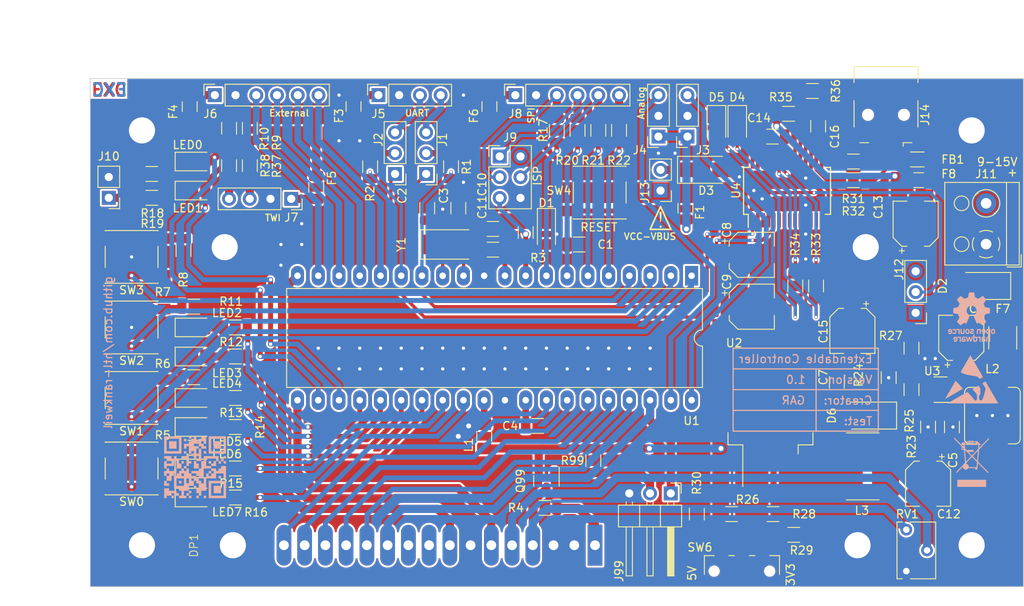
<source format=kicad_pcb>
(kicad_pcb (version 20221018) (generator pcbnew)
  (title_block (title "${acronym} - ${title}") (date "${date}") (rev "${revision}") (company "${company}") (comment 1 "${creator}") (comment 2 "${license}"))
  (layers (0 "F.Cu" signal) (31 "B.Cu" signal) (34 "B.Paste" user) (35 "F.Paste" user) (36 "B.SilkS" user "B.Silkscreen") (37 "F.SilkS" user "F.Silkscreen") (38 "B.Mask" user) (39 "F.Mask" user) (44 "Edge.Cuts" user))
  (property "acronym" "EXC")
  (property "company" "HTL-Rankweil")
  (property "creator" "GAR")
  (property "date" "1337-13-37")
  (property "license" "CC BY-NC-SA 4.0")
  (property "link" "github.com/htl-rankweil")
  (property "revision" "1.0")
  (property "title" "Extendable Controller")
  (net 0 "")
  (net 1 "GND")
  (net 2 "RESET")
  (net 3 "Net-(U1-XTAL1)")
  (net 4 "Net-(U1-XTAL2)")
  (net 5 "Net-(U1-AREF)")
  (net 6 "Net-(U3-SW)")
  (net 7 "Net-(C5-Pad2)")
  (net 8 "Net-(U3-VIN)")
  (net 9 "Net-(D6-A)")
  (net 10 "VCC")
  (net 11 "Net-(D6-K)")
  (net 12 "VBUS")
  (net 13 "Net-(J12-Pin_1)")
  (net 14 "Net-(D2-K)")
  (net 15 "Net-(D2-A)")
  (net 16 "Net-(D3-K)")
  (net 17 "Net-(D3-A)")
  (net 18 "Net-(D4-A)")
  (net 19 "Net-(D5-A)")
  (net 20 "Net-(DP1-LEDA)")
  (net 21 "Net-(DP1-Vo)")
  (net 22 "RS")
  (net 23 "E")
  (net 26 "Net-(DP1-DB2)")
  (net 27 "Net-(DP1-DB3)")
  (net 28 "Net-(DP1-DB4)")
  (net 29 "Net-(DP1-DB5)")
  (net 30 "Net-(DP1-DB6)")
  (net 31 "Net-(DP1-DB7)")
  (net 32 "Net-(J3-Pin_1)")
  (net 33 "Net-(J5-Pin_1)")
  (net 34 "Net-(J6-Pin_1)")
  (net 35 "Net-(J7-Pin_1)")
  (net 36 "Net-(J8-Pin_1)")
  (net 37 "Net-(F8-Pad1)")
  (net 38 "Net-(J14-VBUS)")
  (net 39 "RXD_USB")
  (net 40 "Net-(J1-Pin_2)")
  (net 41 "RXD_O")
  (net 42 "TXD_USB")
  (net 43 "Net-(J2-Pin_2)")
  (net 44 "TXD_O")
  (net 45 "Net-(J3-Pin_3)")
  (net 46 "Net-(J4-Pin_3)")
  (net 47 "Net-(J6-Pin_3)")
  (net 48 "Net-(J6-Pin_4)")
  (net 49 "Net-(J6-Pin_5)")
  (net 50 "Net-(J6-Pin_6)")
  (net 51 "/LED0")
  (net 52 "/LED1")
  (net 53 "Net-(J8-Pin_3)")
  (net 54 "Net-(J8-Pin_4)")
  (net 55 "Net-(J8-Pin_5)")
  (net 56 "Net-(J8-Pin_6)")
  (net 57 "Net-(J10-Pin_1)")
  (net 58 "Net-(J14-D-)")
  (net 59 "Net-(J14-D+)")
  (net 61 "Net-(U1-AVCC)")
  (net 62 "Net-(LED0-K)")
  (net 63 "Net-(LED1-K)")
  (net 64 "Net-(LED2-A)")
  (net 65 "/LED2")
  (net 66 "Net-(LED3-A)")
  (net 67 "/LED3")
  (net 68 "Net-(LED4-A)")
  (net 69 "/LED4")
  (net 70 "Net-(LED5-A)")
  (net 71 "/LED5")
  (net 72 "Net-(LED6-A)")
  (net 73 "/LED6")
  (net 74 "Net-(LED7-A)")
  (net 75 "/LED7")
  (net 76 "RXD")
  (net 77 "TXD")
  (net 78 "Net-(SW0-A)")
  (net 79 "Net-(SW1-A)")
  (net 80 "Net-(SW2-A)")
  (net 81 "Net-(SW3-A)")
  (net 82 "SCK")
  (net 83 "MISO")
  (net 84 "MOSI")
  (net 85 "SS")
  (net 86 "Net-(U3-VBST)")
  (net 87 "Net-(U3-EN)")
  (net 88 "Net-(U3-VFB)")
  (net 89 "Net-(SW6-B)")
  (net 90 "Net-(SW6-C)")
  (net 91 "Net-(SW6-A)")
  (net 92 "Net-(U4-USBD+)")
  (net 93 "Net-(U4-USBD-)")
  (net 94 "Net-(U4-CBUS1)")
  (net 95 "Net-(U4-CBUS0)")
  (net 96 "Net-(U4-~{RESET})")
  (net 97 "Net-(SW0-B)")
  (net 98 "Net-(SW1-B)")
  (net 99 "Net-(SW2-B)")
  (net 100 "Net-(SW3-B)")
  (net 113 "Net-(DP1-VDD)")
  (net 114 "Net-(J99-Pin_2)")
  (net 115 "Net-(J7-Pin_4)")
  (net 116 "Net-(J7-Pin_3)")
  (footprint "Inductor_SMD:L_1206_3216Metric" (layer "F.Cu") (at 202.895 86.106 180)
    (fp_text reference "FB1")
    (fp_text value "FerriteBead_Small" hide)
  )
  (footprint "Capacitor_SMD:C_1206_3216Metric" (layer "F.Cu") (at 185.166 83.312 180)
    (fp_text reference "C14")
    (fp_text value "100n")
  )
  (footprint "LED_SMD:LED_1206_3216Metric" (layer "F.Cu") (at 114.3 115.316)
    (fp_text reference "LED4")
    (fp_text value "RED")
  )
  (footprint "Fuse:Fuse_1812_4532Metric" (layer "F.Cu") (at 213.36 107.95 -90)
    (fp_text reference "F7")
    (fp_text value "2,5A")
  )
  (footprint "Button_Switch_SMD:SW_SPST_PTS645" (layer "F.Cu") (at 106.68 98.044)
    (fp_text reference "SW3")
    (fp_text value "SW_SPST" hide)
  )
  (footprint "Button_Switch_SMD:SW_SPDT_CK_JS102011SAQN" (layer "F.Cu") (at 181.4175 136.525)
    (fp_text reference "SW6")
    (fp_text value "SW_SPDT")
  )
  (footprint "MountingHole:MountingHole_3.2mm_M3_DIN965_Pad" (layer "F.Cu") (at 209.55 82.55)
    (fp_text reference "H3" hide)
    (fp_text value "M3 Screw" hide)
  )
  (footprint "Resistor_SMD:R_1206_3216Metric" (layer "F.Cu") (at 187.96 101.6 90)
    (fp_text reference "R34")
    (fp_text value "470")
  )
  (footprint "Capacitor_SMD:CP_Elec_5x5.4" (layer "F.Cu") (at 204.216 125.816 -90)
    (fp_text reference "C12")
    (fp_text value "22u")
  )
  (footprint "LED_SMD:LED_1206_3216Metric" (layer "F.Cu") (at 114.3 89.916)
    (fp_text reference "LED1")
    (fp_text value "RED")
  )
  (footprint "Connector_PinSocket_2.54mm:PinSocket_1x06_P2.54mm_Vertical" (layer "F.Cu") (at 153.67 78.232 90)
    (fp_text reference "J8")
    (fp_text value "Conn_01x06_Socket" hide)
  )
  (footprint "Connector_PinHeader_2.54mm:PinHeader_2x03_P2.54mm_Vertical" (layer "F.Cu") (at 151.76 85.74)
    (fp_text reference "J9")
    (fp_text value "AVR-ISP-6")
  )
  (footprint "Symbol_Specific:Symbol_Attention_2x2mm_SilkScreen" (layer "F.Cu") (at 171.45 94.667)
    (fp_text reference "FID5" hide)
    (fp_text value "EXC")
  )
  (footprint "Connector_PinSocket_2.54mm:PinSocket_1x03_P2.54mm_Vertical" (layer "F.Cu") (at 171.196 83.312 180)
    (fp_text reference "J4")
    (fp_text value "Conn_01x03_Socket" hide)
  )
  (footprint "Resistor_SMD:R_1206_3216Metric" (layer "F.Cu") (at 161.29 82.55 -90)
    (fp_text reference "R20")
    (fp_text value "330")
  )
  (footprint "Fuse:Fuse_1206_3216Metric" (layer "F.Cu") (at 203.07 88.646 180)
    (fp_text reference "F8")
    (fp_text value "750m")
  )
  (footprint "MountingHole:MountingHole_3.2mm_M3_DIN965_Pad" (layer "F.Cu") (at 107.95 82.55)
    (fp_text reference "H1" hide)
    (fp_text value "M3 Screw" hide)
  )
  (footprint "Resistor_SMD:R_1206_3216Metric" (layer "F.Cu") (at 163.2204 122.9868 -90)
    (fp_text reference "R99")
    (fp_text value "1k")
  )
  (footprint "Resistor_SMD:R_1206_3216Metric" (layer "F.Cu") (at 190.5 101.6 90)
    (fp_text reference "R33")
    (fp_text value "470")
  )
  (footprint "Capacitor_SMD:C_1206_3216Metric" (layer "F.Cu") (at 207.137 118.872 -90)
    (fp_text reference "C5")
    (fp_text value "100n")
  )
  (footprint "Resistor_SMD:R_1206_3216Metric" (layer "F.Cu") (at 119.38 127.508 180)
    (fp_text reference "R16")
    (fp_text value "270")
  )
  (footprint "Capacitor_SMD:C_1206_3216Metric" (layer "F.Cu") (at 190.754 82.042 -90)
    (fp_text reference "C16")
    (fp_text value "100n")
  )
  (footprint "Resistor_SMD:R_1206_3216Metric" (layer "F.Cu") (at 187.7675 132.08 180)
    (fp_text reference "R29")
    (fp_text value "3k4")
  )
  (footprint "Capacitor_SMD:CP_Elec_5x5.4" (layer "F.Cu") (at 202.692 93.98 90)
    (fp_text reference "C13")
    (fp_text value "100u")
  )
  (footprint "Resistor_SMD:R_1206_3216Metric" (layer "F.Cu") (at 118.618 86.868 90)
    (fp_text reference "R38")
    (fp_text value "330")
  )
  (footprint "Resistor_SMD:R_1206_3216Metric" (layer "F.Cu") (at 109.1585 90.805 180)
    (fp_text reference "R19")
    (fp_text value "270")
  )
  (footprint "Resistor_SMD:R_1206_3216Metric" (layer "F.Cu") (at 119.38 106.68 180)
    (fp_text reference "R11")
    (fp_text value "270")
  )
  (footprint "Resistor_SMD:R_1206_3216Metric" (layer "F.Cu") (at 204.216 118.872 90)
    (fp_text reference "R23")
    (fp_text value "0")
  )
  (footprint "Connector_USB:USB_Mini-B_Lumberg_2486_01_Horizontal" (layer "F.Cu") (at 199.06 80.645 180)
    (fp_text reference "J14")
    (fp_text value "USB_B_Mini")
  )
  (footprint "Resistor_SMD:R_1206_3216Metric" (layer "F.Cu") (at 157.2915 128.778)
    (fp_text reference "R4")
    (fp_text value "470")
  )
  (footprint "Capacitor_SMD:C_1206_3216Metric" (layer "F.Cu") (at 142.875 92.075 -90)
    (fp_text reference "C2")
    (fp_text value "22p")
  )
  (footprint "Package_TO_SOT_SMD:SOT-23" (layer "F.Cu") (at 157.48 125.476 -90)
    (fp_text reference "Q99")
    (fp_text value "AO3401A")
  )
  (footprint "Resistor_SMD:R_1206_3216Metric" (layer "F.Cu") (at 119.38 123.952 180)
    (fp_text reference "R15")
    (fp_text value "270")
  )
  (footprint "Resistor_SMD:R_1206_3216Metric" (layer "F.Cu") (at 109.1585 87.884 180)
    (fp_text reference "R18")
    (fp_text value "270")
  )
  (footprint "Package_TO_SOT_SMD:SOT-23-6" (layer "F.Cu") (at 205.74 114.3 180)
    (fp_text reference "U3")
    (fp_text value "TPS563240DDC")
  )
  (footprint "TerminalBlock_RND:TerminalBlock_RND_205-00001_1x02_P5.00mm_Horizontal" (layer "F.Cu") (at 211.32 96.48 90)
    (fp_text reference "J11")
    (fp_text value "Screw_Terminal_01x02" hide)
  )
  (footprint "Resistor_SMD:R_1206_3216Metric" (layer "F.Cu") (at 119.38 110.236 180)
    (fp_text reference "R12")
    (fp_text value "270")
  )
  (footprint "Capacitor_SMD:C_1206_3216Metric" (layer "F.Cu") (at 146.685 92.075 -90)
    (fp_text reference "C3")
    (fp_text value "22p")
  )
  (footprint "Resistor_SMD:R_1206_3216Metric" (layer "F.Cu") (at 114.3 121.412 180)
    (fp_text reference "R5")
    (fp_text value "3k3")
  )
  (footprint "Connector_PinHeader_2.54mm:PinHeader_1x03_P2.54mm_Vertical" (layer "F.Cu") (at 202.692 104.887 180)
    (fp_text reference "J12")
    (fp_text value "Conn_01x03_Pin" hide)
  )
  (footprint "LED_SMD:LED_1206_3216Metric" (layer "F.Cu") (at 114.3 106.68)
    (fp_text reference "LED2")
    (fp_text value "RED")
  )
  (footprint "Resistor_SMD:R_1206_3216Metric" (layer "F.Cu") (at 135.89 86.995 90)
    (fp_text reference "R2")
    (fp_text value "3k3")
  )
  (footprint "Resistor_SMD:R_1206_3216Metric" (layer "F.Cu") (at 121.158 86.868 90)
    (fp_text reference "R37")
    (fp_text value "330")
  )
  (footprint "Potentiometer_THT:Potentiometer_Bourns_3266W_Vertical" (layer "F.Cu") (at 201.549 131.445 90)
    (fp_text reference "RV1")
    (fp_text value "10k")
  )
  (footprint "Crystal:Crystal_SMD_Abracon_ABM3-2Pin_5.0x3.2mm" (layer "F.Cu") (at 145.288 96.52)
    (fp_text reference "Y1")
    (fp_text value "16MHz")
  )
  (footprint "Resistor_SMD:R_1206_3216Metric" (layer "F.Cu") (at 158.75 82.55 -90)
    (fp_text reference "R17")
    (fp_text value "330")
  )
  (footprint "Inductor_SMD:L_Bourns_SRN8040TA" (layer "F.Cu") (at 196.215 123.698 180)
    (fp_text reference "L3")
    (fp_text value "47u")
  )
  (footprint "Connector_PinHeader_2.54mm:PinHeader_1x03_P2.54mm_Horizontal" (layer "F.Cu") (at 172.705 127 -90)
    (fp_text reference "J99")
    (fp_text value "Conn_01x03_Pin" hide)
  )
  (footprint "Capacitor_SMD:C_1206_3216Metric" (layer "F.Cu") (at 150.925 97.155)
    (fp_text reference "C10")
    (fp_text value "100n")
  )
  (footprint "LED_SMD:LED_1206_3216Metric" (layer "F.Cu") (at 114.3 86.36)
    (fp_text reference "LED0")
    (fp_text value "RED")
  )
  (footprint "Resistor_SMD:R_1206_3216Metric" (layer "F.Cu") (at 202.184 114.3 90)
    (fp_text reference "R25")
    (fp_text value "100k")
  )
  (footprint "Inductor_SMD:L_Bourns_SRP7028A_7.3x6.6mm" (layer "F.Cu") (at 212.09 117.475 -90)
    (fp_text reference "L2")
    (fp_text value "1u5")
  )
  (footprint "Resistor_SMD:R_1206_3216Metric" (layer "F.Cu") (at 114.3 112.776 180)
    (fp_text reference "R6")
    (fp_text value "3k3")
  )
  (footprint "Resistor_SMD:R_1206_3216Metric" (layer "F.Cu") (at 166.37 82.55 -90)
    (fp_text reference "R22")
    (fp_text value "330")
  )
  (footprint "Fuse:Fuse_1206_3216Metric" (layer "F.Cu") (at 150.495 79.632 -90)
    (fp_text reference "F6")
    (fp_text value "500m")
  )
  (footprint "Connector_PinSocket_2.54mm:PinSocket_1x04_P2.54mm_Vertical" (layer "F.Cu") (at 126.228 90.932 -90)
    (fp_text reference "J7")
    (fp_text value "Conn_01x04_Socket" hide)
  )
  (footprint "Fuse:Fuse_1206_3216Metric" (layer "F.Cu") (at 113.792 79.632 -90)
    (fp_text reference "F4")
    (fp_text value "500m")
  )
  (footprint "Resistor_SMD:R_1206_3216Metric" (layer "F.Cu") (at 195.072 88.646 180)
    (fp_text reference "R32")
    (fp_text value "27R")
  )
  (footprint "Resistor_SMD:R_1206_3216Metric" (layer "F.Cu") (at 195.072 86.36 180)
    (fp_text reference "R31")
    (fp_text value "27R")
  )
  (footprint "Resistor_SMD:R_1206_3216Metric" (layer "F.Cu") (at 199.39 112.8375 90)
    (fp_text reference "R24")
    (fp_text value "10k")
  )
  (footprint "Resistor_SMD:R_1206_3216Metric" (layer "F.Cu") (at 118.618 82.296 -90)
    (fp_text reference "R10")
    (fp_text value "10k")
  )
  (footprint "Capacitor_SMD:CP_Elec_5x5.4" (layer "F.Cu") (at 208.28 107.95 90)
    (fp_text reference "C6")
    (fp_text value "10u")
  )
  (footprint "Capacitor_SMD:C_1206_3216Metric" (layer "F.Cu") (at 161.495 96.52 180)
    (fp_text reference "C1")
    (fp_text value "100n")
  )
  (footprint "Fuse:Fuse_1206_3216Metric" (layer "F.Cu") (at 174.498 92.078 -90)
    (fp_text reference "F1")
    (fp_text value "500m")
  )
  (footprint "Button_Switch_SMD:SW_SPST_PTS645" (layer "F.Cu") (at 106.68 106.68)
    (fp_text reference "SW2")
    (fp_text value "SW_SPST" hide)
  )
  (footprint "LED_SMD:LED_1206_3216Metric" (layer "F.Cu") (at 114.3 118.872)
    (fp_text reference "LED5")
    (fp_text value "RED")
  )
  (footprint "Connector_PinSocket_2.54mm:PinSocket_1x04_P2.54mm_Vertical" (layer "F.Cu") (at 136.906 78.232 90)
    (fp_text reference "J5")
    (fp_text value "Conn_01x04_Socket" hide)
  )
  (footprint "Resistor_SMD:R_1206_3216Metric" (layer "F.Cu") (at 114.3 104.14 180)
    (fp_text reference "R7")
    (fp_text value "3k3")
  )
  (footprint "Connector_PinHeader_2.54mm:PinHeader_1x03_P2.54mm_Vertical" (layer "F.Cu") (at 138.938 87.884 180)
    (fp_text reference "J2")
    (fp_text value "JMP_TX" hide)
  )
  (footprint "Capacitor_SMD:C_1206_3216Metric" (layer "F.Cu") (at 150.925 94.615)
    (fp_text reference "C11")
    (fp_text value "100n")
  )
  (footprint "Package_SO:SSOP-28_5.3x10.2mm_P0.65mm" (layer "F.Cu") (at 186.944 89.96 90)
    (fp_text reference "U4")
    (fp_text value "FT232RL")
  )
  (footprint "Resistor_SMD:R_1206_3216Metric" (layer "F.Cu") (at 202.184 109.22 -90)
    (fp_text reference "R27")
    (fp_text value "10k")
  )
  (footprint "Diode_SMD:D_MiniMELF" (layer "F.Cu") (at 157.48 94.77 -90)
    (fp_text reference "D1")
    (fp_text value "S1G")
  )
  (footprint "Displaytech:Displaytech_162A_THT" (layer "F.Cu") (at 157.33 115.6)
    (fp_text reference "DP1")
    (fp_text value "~")
  )
  (footprint "Package_TO_SOT_SMD:TO-263-2" (layer "F.Cu") (at 184.912 116.235 90)
    (fp_text reference "U2")
    (fp_text value "AZ1084-ADJ")
  )
  (footprint "Resistor_SMD:R_1206_3216Metric" (layer "F.Cu") (at 175.895 129.54 -90)
    (fp_text reference "R30")
    (fp_text value "86k6")
  )
  (footprint "Fuse:Fuse_1206_3216Metric" (layer "F.Cu") (at 129.286 89.532 90)
    (fp_text reference "F5")
    (fp_text value "500m")
  )
  (footprint "Resistor_SMD:R_1206_3216Metric" (layer "F.Cu") (at 119.38 118.872 180)
    (fp_text reference "R14")
    (fp_text value "270")
  )
  (footprint "Resistor_SMD:R_1206_3216Metric" (layer "F.Cu") (at 163.83 82.55 -90)
    (fp_text reference "R21")
    (fp_text value "330")
  )
  (footprint "Connector_PinSocket_2.54mm:PinSocket_1x06_P2.54mm_Vertical" (layer "F.Cu") (at 116.865 78.232 90)
    (fp_text reference "J6")
    (fp_text value "Conn_01x06_Socket" hide)
  )
  (footprint "Diode_SMD:D_SMA" (layer "F.Cu") (at 210.82 101.6 180)
    (fp_text reference "D2")
    (fp_text value "B140-13-F")
  )
  (footprint "Capacitor_SMD:CP_Elec_5x5.4" (layer "F.Cu") (at 182.626 97.79)
    (fp_text reference "C8")
    (fp_text value "100u")
  )
  (footprint "Resistor_SMD:R_1206_3216Metric" (layer "F.Cu") (at 187.1325 80.518 180)
    (fp_text reference "R35")
    (fp_text value "4k7")
  )
  (footprint "Capacitor_SMD:C_1206_3216Metric" (layer "F.Cu") (at 156.415 118.745)
    (fp_text reference "C4")
    (fp_text value "100n")
  )
  (footprint "Connector_PinHeader_2.54mm:PinHeader_1x02_P2.54mm_Vertical" (layer "F.Cu") (at 171.45 89.921 180)
    (fp_text reference "J13")
    (fp_text value "JMP_V" hide)
  )
  (footprint "Capacitor_SMD:CP_Elec_5x5.4" (layer "F.Cu") (at 182.626 104.14)
    (fp_text reference "C9")
    (fp_text value "100u")
  )
  (footprint "Resistor_SMD:R_1206_3216Metric" (layer "F.Cu") (at 154.94 95.0575 90)
    (fp_text reference "R3")
    (fp_text value "10k")
  )
  (footprint "LED_SMD:LED_1206_3216Metric" (layer "F.Cu") (at 114.3 127.508)
    (fp_text reference "LED7")
    (fp_text value "RED")
  )
  (footprint "LED_SMD:LED_1206_3216Metric" (layer "F.Cu") (at 180.848 81.788 -90)
    (fp_text reference "D4")
    (fp_text value "LED")
  )
  (footprint "Connector_PinSocket_2.54mm:PinSocket_1x03_P2.54mm_Vertical" (layer "F.Cu") (at 174.752 83.312 180)
    (fp_text reference "J3")
    (fp_text value "Conn_01x03_Socket" hide)
  )
  (footprint "LED_SMD:LED_1206_3216Metric" (layer "F.Cu") (at 114.3 123.952)
    (fp_text reference "LED6")
    (fp_text value "RED")
  )
  (footprint "Button_Switch_SMD:SW_SPST_PTS645" (layer "F.Cu") (at 106.68 115.316)
    (fp_text reference "SW1")
    (fp_text value "SW_SPST" hide)
  )
  (footprint "Fuse:Fuse_1206_3216Metric" (layer "F.Cu") (at 133.858 79.632 -90)
    (fp_text reference "F3")
    (fp_text value "500m")
  )
  (footprint "Package_DIP:DIP-40_W15.24mm_LongPads" (layer "F.Cu") (at 175.255 100.35 -90)
    (fp_text reference "U1")
    (fp_text value "ATmega16/ATmega164")
  )
  (footprint "Resistor_SMD:R_1206_3216Metric" (layer "F.Cu") (at 113.03 97.2713 90)
    (fp_text reference "R8")
    (fp_text value "3k3")
  )
  (footprint "Connector_PinHeader_2.54mm:PinHeader_1x03_P2.54mm_Vertical" (layer "F.Cu") (at 142.748 87.884 180)
    (fp_text reference "J1")
    (fp_text value "JMP_RX" hide)
  )
  (footprint "Resistor_SMD:R_1206_3216Metric" (layer "F.Cu") (at 180.1475 129.54 180)
    (fp_text reference "R26")
    (fp_text value "1k02")
  )
  (footprint "MountingHole:MountingHole_3.2mm_M3_DIN965_Pad" (layer "F.Cu") (at 209.55 133.35)
    (fp_text reference "H4" hide)
    (fp_text value "M3 Screw" hide)
  )
  (footprint "MountingHole:MountingHole_3.2mm_M3_DIN965_Pad" (layer "F.Cu") (at 107.95 133.35)
    (fp_text reference "H2" hide)
    (fp_text value "M3 Screw" hide)
  )
  (footprint "Resistor_SMD:R_1206_3216Metric" (layer "F.Cu") (at 190.0575 77.724 180)
    (fp_text reference "R36")
    (fp_text value "10k")
  )
  (footprint "Resistor_SMD:R_1206_3216Metric" (layer "F.Cu") (at 119.38 115.316 180)
    (fp_text reference "R13")
    (fp_text value "270")
  )
  (footprint "Inductor_SMD:L_1206_3216Metric_Pad1.42x1.75mm_HandSolder" (layer "F.Cu") (at 149.86 120.015 90)
    (fp_text reference "L1")
    (fp_text value "47n")
  )
  (footprint "Button_Switch_SMD:SW_SPST_PTS645" (layer "F.Cu") (at 164 90.17)
    (fp_text reference "SW4")
    (fp_text value "SW_SPST")
  )
  (footprint "LED_SMD:LED_1206_3216Metric" (layer "F.Cu") (at 178.308 81.788 -90)
    (fp_text reference "D5")
    (fp_text value "LED")
  )
  (footprint "Diode_SMD:D_SMA" (layer "F.Cu") (at 177.038 87.376)
    (fp_text reference "D3")
    (fp_text value "B140-13-F")
  )
  (footprint "Diode_SMD:D_SMA" (layer "F.Cu") (at 196.85 117.475 180)
    (fp_text reference "D6")
    (fp_text value "B140-13-F")
  )
  (footprint "Button_Switch_SMD:SW_SPST_PTS645" (layer "F.Cu") (at 106.68 123.952)
    (fp_text reference "SW0")
    (fp_text value "SW_SPST" hide)
  )
  (footprint "LED_SMD:LED_1206_3216Metric" (layer "F.Cu") (at 114.3 110.236)
    (fp_text reference "LED3")
    (fp_text value "RED")
  )
  (footprint "Capacitor_SMD:C_1206_3216Metric" (layer "F.Cu") (at 193.04 113.411 -90)
    (fp_text reference "C7")
    (fp_text value "470n")
  )
  (footprint "Capacitor_SMD:CP_Elec_5x5.4" (layer "F.Cu") (at 194.945 107.102 -90)
    (fp_text reference "C15")
    (fp_text value "10u")
  )
  (footprint "Resistor_SMD:R_1206_3216Metric" (layer "F.Cu") (at 121.158 82.296 -90)
    (fp_text reference "R9")
    (fp_text value "10k")
  )
  (footprint "Resistor_SMD:R_1206_3216Metric" (layer "F.Cu") (at 185.2275 129.54 180)
    (fp_text reference "R28")
    (fp_text value "3k")
  )
  (footprint "Resistor_SMD:R_1206_3216Metric" (layer "F.Cu") (at 145.796 86.995 90)
    (fp_text reference "R1")
    (fp_text value "3k3")
  )
  (footprint "Connector_PinHeader_2.54mm:PinHeader_1x02_P2.54mm_Vertical" (layer "F.Cu") (at 103.886 90.805 180)
    (fp_text reference "J10")
    (fp_text value "JMP_LED" hide)
  )
  (footprint "Symbol:ESD-Logo_6.6x6mm_SilkScreen" (layer "B.Cu") (at 209.55 113.03 180)
    (fp_text reference "FID1" hide)
    (fp_text value "ESD" hide)
  )
  (footprint "Images:QR_0x007e" (layer "B.Cu") (at 114.3 123.952 180)
    (fp_text reference "FID4" hide)
    (fp_text value "OH" hide)
  )
  (footprint "Symbol:OSHW-Logo_5.7x6mm_SilkScreen" (layer "B.Cu") (at 209.55 105.41 180)
    (fp_text reference "FID3" hide)
    (fp_text value "OH" hide)
  )
  (footprint "Symbol:WEEE-Logo_4.2x6mm_SilkScreen" (layer "B.Cu") (at 209.55 123.19 180)
    (fp_text reference "FID2" hide)
    (fp_text value "BIN" hide)
  )
  (gr_line (start 198.12 111.76) (end 180.34 111.76) (stroke (width 0.15)) (layer "B.SilkS"))
  (gr_line (start 198.12 116.84) (end 180.34 116.84) (stroke (width 0.15)) (layer "B.SilkS"))
  (gr_line (start 198.12 114.3) (end 180.34 114.3) (stroke (width 0.15)) (layer "B.SilkS"))
  (gr_rect (start 180.34 109.22) (end 198.12 119.38) (stroke (width 0.15)) (fill none) (layer "B.SilkS"))
  (gr_line (start 190.5 111.76) (end 190.5 119.38) (stroke (width 0.15)) (layer "B.SilkS"))
  (gr_rect (start 101.6 76.2) (end 215.9 138.43) (stroke (width 0.1)) (fill none) (layer "Edge.Cuts"))
  (gr_text "${acronym}" (at 101.6 78.486) (layer "F.Cu") (effects (font (size 1.5 1.5) (thickness 0.3) bold) (justify left bottom)))
  (gr_text "${acronym}" (at 106.299 78.486) (layer "B.Cu") (effects (font (size 1.5 1.5) (thickness 0.3) bold) (justify left bottom mirror)))
  (gr_text "${link}" (at 104.394 100.33 90) (layer "B.SilkS") (effects (font (size 1 1)) (justify left bottom mirror)))
  (gr_text "Creator:   ${creator}" (at 197.485 116.205) (layer "B.SilkS") (effects (font (size 1 1)) (justify left bottom mirror)))
  (gr_text "Test:" (at 197.485 118.745) (layer "B.SilkS") (effects (font (size 1 1)) (justify left bottom mirror)))
  (gr_text "${title}" (at 197.485 111.125) (layer "B.SilkS") (effects (font (size 1 1)) (justify left bottom mirror)))
  (gr_text "Version:   ${revision}" (at 197.485 113.665) (layer "B.SilkS") (effects (font (size 1 1)) (justify left bottom mirror)))
  (gr_text "5V" (at 175.895 137.795 90) (layer "F.SilkS") (effects (font (size 1 1)) (justify left bottom)))
  (gr_text "ISP" (at 156.972 89.408 90) (layer "F.SilkS") (effects (font (size 1 1)) (justify left bottom)))
  (gr_text "RESET" (at 161.544 94.996) (layer "F.SilkS") (effects (font (size 1 1)) (justify left bottom)))
  (gr_text "UART" (at 140.081 80.899) (layer "F.SilkS") (effects (font (size 0.8 0.8)) (justify left bottom)))
  (gr_text "TWI" (at 122.936 93.726) (layer "F.SilkS") (effects (font (size 0.8 0.8)) (justify left bottom)))
  (gr_text "+" (at 215.265 88.265) (layer "F.SilkS") (effects (font (size 1 1)) (justify right bottom)))
  (gr_text "3V3" (at 187.96 138.43 90) (layer "F.SilkS") (effects (font (size 1 1)) (justify left bottom)))
  (gr_text "VCC-VBUS" (at 166.878 96.012) (layer "F.SilkS") (effects (font (size 0.8 0.8)) (justify left bottom)))
  (gr_text "Analog" (at 169.545 81.28 90) (layer "F.SilkS") (effects (font (size 0.8 0.8)) (justify left bottom)))
  (gr_text "SPI" (at 156.083 81.788 90) (layer "F.SilkS") (effects (font (size 0.8 0.8)) (justify left bottom)))
  (gr_text "External" (at 123.444 80.899) (layer "F.SilkS") (effects (font (size 0.8 0.8)) (justify left bottom)))
  (gr_text "9-15V" (at 215.265 86.995) (layer "F.SilkS") (effects (font (size 1 1)) (justify right bottom)))
  (via (at 132.08 111.76) (size 0.6) (drill 0.4) (layers "F.Cu" "B.Cu") (net 1))
  (via (at 160.02 109.22) (size 0.6) (drill 0.4) (layers "F.Cu" "B.Cu") (net 1))
  (via (at 139.7 109.22) (size 0.6) (drill 0.4) (layers "F.Cu" "B.Cu") (net 1))
  (via (at 189.23 95.25) (size 0.6) (drill 0.4) (layers "F.Cu" "B.Cu") (net 1))
  (via (at 124.968 96.52) (size 0.6) (drill 0.4) (layers "F.Cu" "B.Cu") (net 1))
  (via (at 147.32 88.9) (size 0.6) (drill 0.4) (layers "F.Cu" "B.Cu") (net 1))
  (via (at 173.228 85.344) (size 0.6) (drill 0.4) (layers "F.Cu" "B.Cu") (net 1))
  (via (at 142.24 111.76) (size 0.6) (drill 0.4) (layers "F.Cu" "B.Cu") (net 1))
  (via (at 146.685 120.015) (size 1) (drill 0.6) (layers "F.Cu" "B.Cu") (net 1))
  (via (at 149.86 109.22) (size 0.6) (drill 0.4) (layers "F.Cu" "B.Cu") (net 1))
  (via (at 132.08 78.232) (size 0.6) (drill 0.4) (layers "F.Cu" "B.Cu") (net 1))
  (via (at 167.64 109.22) (size 0.6) (drill 0.4) (layers "F.Cu" "B.Cu") (net 1))
  (via (at 106.68 106.68) (size 0.6) (drill 0.4) (layers "F.Cu" "B.Cu") (net 1))
  (via (at 139.7 111.76) (size 0.6) (drill 0.4) (layers "F.Cu" "B.Cu") (net 1))
  (via (at 181.102 88.2396) (size 0.6) (drill 0.4) (layers "F.Cu" "B.Cu") (net 1))
  (via (at 144.78 92.202) (size 0.6) (drill 0.4) (layers "F.Cu" "B.Cu") (net 1))
  (via (at 154.94 109.22) (size 0.6) (drill 0.4) (layers "F.Cu" "B.Cu") (net 1))
  (via (at 157.48 109.22) (size 0.6) (drill 0.4) (layers "F.Cu" "B.Cu") (net 1))
  (via (at 157.48 111.76) (size 0.6) (drill 0.4) (layers "F.Cu" "B.Cu") (net 1))
  (via (at 147.32 78.232) (size 0.6) (drill 0.4) (layers "F.Cu" "B.Cu") (net 1))
  (via (at 132.08 83.82) (size 0.6) (drill 0.4) (layers "F.Cu" "B.Cu") (net 1))
  (via (at 144.78 109.22) (size 0.6) (drill 0.4) (layers "F.Cu" "B.Cu") (net 1))
  (via (at 182.88 89.916) (size 0.6) (drill 0.4) (layers "F.Cu" "B.Cu") (net 1))
  (via (at 199.39 112.8375) (size 0.8) (drill 0.4) (layers "F.Cu" "B.Cu") (net 1))
  (via (at 213.995 117.475) (size 0.8) (drill 0.4) (layers "F.Cu" "B.Cu") (net 1))
  (via (at 129.54 109.22) (size 0.6) (drill 0.4) (layers "F.Cu" "B.Cu") (net 1))
  (via (at 162.56 109.22) (size 0.6) (drill 0.4) (layers "F.Cu" "B.Cu") (net 1))
  (via (at 189.23 98.298) (size 0.6) (drill 0.4) (layers "F.Cu" "B.Cu") (net 1))
  (via (at 207.264 118.872) (size 0.8) (drill 0.4) (layers "F.Cu" "B.Cu") (net 1))
  (via (at 203.835 110.49) (size 0.8) (drill 0.4) (layers "F.Cu" "B.Cu") (net 1))
  (via (at 205.105 110.49) (size 0.8) (drill 0.4) (layers "F.Cu" "B.Cu") (net 1))
  (via (at 183.896 90.932) (size 0.6) (drill 0.4) (layers "F.Cu" "B.Cu") (net 1))
  (via (at 149.86 111.76) (size 0.6) (drill 0.4) (layers "F.Cu" "B.Cu") (net 1))
  (via (at 160.02 111.76) (size 0.6) (drill 0.4) (layers "F.Cu" "B.Cu") (net 1))
  (via (at 171.196 85.344) (size 0.6) (drill 0.4) (layers "F.Cu" "B.Cu") (net 1))
  (via (at 132.08 109.22) (size 0.6) (drill 0.4) (layers "F.Cu" "B.Cu") (net 1))
  (via (at 134.62 111.76) (size 0.6) (drill 0.4) (layers "F.Cu" "B.Cu") (net 1))
  (via (at 162.56 111.76) (size 0.6) (drill 0.4) (layers "F.Cu" "B.Cu") (net 1))
  (via (at 154.94 111.76) (size 0.6) (drill 0.4) (layers "F.Cu" "B.Cu") (net 1))
  (via (at 170.18 111.76) (size 0.6) (drill 0.4) (layers "F.Cu" "B.Cu") (net 1))
  (via (at 212.09 117.475) (size 0.8) (drill 0.4) (layers "F.Cu" "B.Cu") (net 1))
  (via (at 189.23 88.392) (size 0.6) (drill 0.4) (layers "F.Cu" "B.Cu") (net 1))
  (via (at 124.968 99.06) (size 0.6) (drill 0.4) (layers "F.Cu" "B.Cu") (net 1))
  (via (at 134.62 83.82) (size 0.6) (drill 0.4) (layers "F.Cu" "B.Cu") (net 1))
  (via (at 152.4 109.22) (size 0.6) (drill 0.4) (layers "F.Cu" "B.Cu") (net 1))
  (via (at 189.23 91.694) (size 0.6) (drill 0.4) (layers "F.Cu" "B.Cu") (net 1))
  (via (at 152.4 111.76) (size 0.6) (drill 0.4) (layers "F.Cu" "B.Cu") (net 1))
  (via (at 127.508 96.52) (size 0.6) (drill 0.4) (layers "F.Cu" "B.Cu") (net 1))
  (via (at 142.24 109.22) (size 0.6) (drill 0.4) (layers "F.Cu" "B.Cu") (net 1))
  (via (at 127.508 93.98) (size 0.6) (drill 0.4) (layers "F.Cu" "B.Cu") (net 1))
  (via (at 167.64 111.76) (size 0.6) (drill 0.4) (layers "F.Cu" "B.Cu") (net 1))
  (via (at 165.1 111.76) (size 0.6) (drill 0.4) (layers "F.Cu" "B.Cu") (net 1))
  (via (at 147.955 118.745) (size 1) (drill 0.6) (layers "F.Cu" "B.Cu") (net 1))
  (via (at 134.62 109.22) (size 0.6) (drill 0.4) (layers "F.Cu" "B.Cu") (net 1))
  (via (at 144.78 111.76) (size 0.6) (drill 0.4) (layers "F.Cu" "B.Cu") (net 1))
  (via (at 158.75 95.25) (size 0.6) (drill 0.4) (layers "F.Cu" "B.Cu") (net 1))
  (via (at 147.32 109.22) (size 0.6) (drill 0.4) (layers "F.Cu" "B.Cu") (net 1))
  (via (at 137.16 109.22) (size 0.6) (drill 0.4) (layers "F.Cu" "B.Cu") (net 1))
  (via (at 106.68 98.044) (size 0.6) (drill 0.4) (layers "F.Cu" "B.Cu") (net 1))
  (via (at 137.16 111.76) (size 0.6) (drill 0.4) (layers "F.Cu" "B.Cu") (net 1))
  (via (at 210.185 117.475) (size 0.8) (drill 0.4) (layers "F.Cu" "B.Cu") (net 1))
  (via (at 170.18 109.22) (size 0.6) (drill 0.4) (layers "F.Cu" "B.Cu") (net 1))
  (via (at 165.1 109.22) (size 0.6) (drill 0.4) (layers "F.Cu" "B.Cu") (net 1))
  (via (at 204.216 118.872) (size 0.8) (drill 0.4) (layers "F.Cu" "B.Cu") (net 1))
  (via (at 147.32 111.76) (size 0.6) (drill 0.4) (layers "F.Cu" "B.Cu") (net 1))
  (segment (start 154.94 96.52) (end 154.94 100.345) (width 0.6) (layer "F.Cu") (net 2))
  (segment (start 160.02 92.42) (end 160.02 96.52) (width 0.6) (layer "F.Cu") (net 2))
  (segment (start 160.02 92.42) (end 167.98 92.42) (width 0.6) (layer "F.Cu") (net 2))
  (segment (start 160.02 96.52) (end 157.48 96.52) (width 0.6) (layer "F.Cu") (net 2))
  (segment (start 157.48 96.52) (end 154.94 96.52) (width 0.6) (layer "F.Cu") (net 2))
  (segment (start 154.94 96.52) (end 154.94 95.25) (width 0.6) (layer "F.Cu") (net 2))
  (segment (start 154.94 100.345) (end 154.935 100.35) (width 0.6) (layer "F.Cu") (net 2))
  (via (at 154.94 95.25) (size 0.8) (drill 0.6) (layers "F.Cu" "B.Cu") (net 2))
  (segment (start 154.94 95.25) (end 151.76 92.07) (width 0.6) (layer "B.Cu") (net 2))
  (segment (start 151.76 92.07) (end 151.76 90.82) (width 0.6) (layer "B.Cu") (net 2))
  (segment (start 144.775 98.057) (end 142.875 96.157) (width 0.4) (layer "F.Cu") (net 3))
  (segment (start 142.875 96.157) (end 142.875 93.55) (width 0.4) (layer "F.Cu") (net 3))
  (segment (start 144.775 100.35) (end 144.775 98.057) (width 0.4) (layer "F.Cu") (net 3))
  (segment (start 147.338 94.203) (end 146.685 93.55) (width 0.4) (layer "F.Cu") (net 4))
  (segment (start 147.338 96.52) (end 147.338 94.203) (width 0.4) (layer "F.Cu") (net 4))
  (segment (start 147.315 100.35) (end 147.338 100.327) (width 0.4) (layer "F.Cu") (net 4))
  (segment (start 147.338 100.327) (end 147.338 96.52) (width 0.4) (layer "F.Cu") (net 4))
  (segment (start 154.94 118.745) (end 154.94 115.595) (width 0.8) (layer "F.Cu") (net 5))
  (segment (start 154.94 115.595) (end 154.935 115.59) (width 0.8) (layer "F.Cu") (net 5))
  (segment (start 207.596 117.397) (end 210.243 114.75) (width 0.6) (layer "F.Cu") (net 6))
  (segment (start 210.243 114.75) (end 212.09 114.75) (width 0.6) (layer "F.Cu") (net 6))
  (segment (start 207.01 117.397) (end 207.596 117.397) (width 0.6) (layer "F.Cu") (net 6))
  (segment (start 207.1245 120.3345) (end 207.137 120.347) (width 1) (layer "F.Cu") (net 7))
  (segment (start 204.597 120.3345) (end 207.1245 120.3345) (width 1) (layer "F.Cu") (net 7))
  (segment (start 199.39 110.49) (end 200.66 109.22) (width 0.6) (layer "F.Cu") (net 8))
  (segment (start 200.66 109.22) (end 207.35 109.22) (width 0.6) (layer "F.Cu") (net 8))
  (segment (start 199.39 111.375) (end 199.39 110.49) (width 0.6) (layer "F.Cu") (net 8))
  (segment (start 207.35 109.22) (end 208.28 110.15) (width 0.6) (layer "F.Cu") (net 8))
  (segment (start 156.53 121.9445) (end 156.972 121.5025) (width 1) (layer "F.Cu") (net 10))
  (segment (start 129.788 81.032) (end 133.858 81.032) (width 1) (layer "F.Cu") (net 10))
  (segment (start 170.0895 121.5025) (end 156.972 121.5025) (width 1) (layer "F.Cu") (net 10))
  (segment (start 129.286 88.132) (end 129.286 81.534) (width 1) (layer "F.Cu") (net 10))
  (segment (start 152.395 97.16) (end 152.4 97.155) (width 0.6) (layer "F.Cu") (net 10))
  (segment (start 152.4 97.155) (end 152.4 94.615) (width 0.6) (layer "F.Cu") (net 10))
  (segment (start 152.395 100.35) (end 152.395 97.16) (width 0.6) (layer "F.Cu") (net 10))
  (segment (start 129.286 81.534) (end 129.788 81.032) (width 1) (layer "F.Cu") (net 10))
  (segment (start 156.53 124.5385) (end 156.53 121.9445) (width 1) (layer "F.Cu") (net 10))
  (segment (start 156.972 121.5025) (end 149.86 121.5025) (width 1) (layer "F.Cu") (net 10))
  (via (at 178.8525 121.5025) (size 1) (drill 0.6) (layers "F.Cu" "B.Cu") (net 10))
  (via (at 170.0895 121.5025) (size 1) (drill 0.6) (layers "F.Cu" "B.Cu") (net 10))
  (segment (start 178.8525 121.5025) (end 170.0895 121.5025) (width 1) (layer "B.Cu") (net 10))
  (segment (start 202.184 115.7625) (end 202.184 121.584) (width 0.6) (layer "F.Cu") (net 11))
  (segment (start 202.184 121.584) (end 204.216 123.616) (width 0.6) (layer "F.Cu") (net 11))
  (segment (start 187.919 86.36) (end 187.919 84.59) (width 0.4) (layer "F.Cu") (net 12))
  (segment (start 185.67 82.038) (end 185.67 80.518) (width 0.8) (layer "F.Cu") (net 12))
  (segment (start 187.919 84.59) (end 186.641 83.312) (width 0.4) (layer "F.Cu") (net 12))
  (segment (start 186.641 83.312) (end 186.641 83.009) (width 0.8) (layer "F.Cu") (net 12))
  (segment (start 186.641 83.009) (end 185.67 82.038) (width 0.8) (layer "F.Cu") (net 12))
  (via (at 185.67 82.042) (size 0.8) (drill 0.6) (layers "F.Cu" "B.Cu") (net 12))
  (via (at 200.152 88.138) (size 0.8) (drill 0.6) (layers "F.Cu" "B.Cu") (net 12))
  (segment (start 191.77 88.138) (end 200.152 88.138) (width 0.8) (layer "B.Cu") (net 12))
  (segment (start 185.674 82.042) (end 191.77 88.138) (width 0.8) (layer "B.Cu") (net 12))
  (segment (start 185.67 82.042) (end 185.674 82.042) (width 0.8) (layer "B.Cu") (net 12))
  (segment (start 192.024 89.916) (end 189.869 87.761) (width 0.4) (layer "F.Cu") (net 13))
  (segment (start 190.754 83.9225) (end 190.754 83.517) (width 0.4) (layer "F.Cu") (net 13))
  (segment (start 189.869 87.761) (end 189.869 86.36) (width 0.4) (layer "F.Cu") (net 13))
  (segment (start 194.945 104.902) (end 194.945 103.251) (width 0.4) (layer "F.Cu") (net 13))
  (segment (start 192.024 100.33) (end 192.024 89.916) (width 0.4) (layer "F.Cu") (net 13))
  (segment (start 189.869 84.8075) (end 190.754 83.9225) (width 0.4) (layer "F.Cu") (net 13))
  (segment (start 194.945 103.251) (end 192.024 100.33) (width 0.4) (layer "F.Cu") (net 13))
  (segment (start 189.869 86.36) (end 189.869 84.8075) (width 0.4) (layer "F.Cu") (net 13))
  (segment (start 175.033 87.381) (end 175.038 87.376) (width 1) (layer "F.Cu") (net 16))
  (segment (start 171.45 87.381) (end 175.033 87.381) (width 1) (layer "F.Cu") (net 16))
  (segment (start 184.669 93.56) (end 184.669 90.181) (width 0.4) (layer "F.Cu") (net 17))
  (segment (start 190.246 90.17) (end 184.68 90.17) (width 0.4) (layer "F.Cu") (net 17))
  (segment (start 181.864 87.376) (end 179.038 87.376) (width 0.4) (layer "F.Cu") (net 17))
  (segment (start 184.669 90.181) (end 181.864 87.376) (width 0.4) (layer "F.Cu") (net 17))
  (segment (start 184.68 90.17) (end 184.669 90.181) (width 0.4) (layer "F.Cu") (net 17))
  (via (at 190.246 90.17) (size 0.4) (drill 0.3) (layers "F.Cu" "B.Cu") (net 17))
  (segment (start 205.74 91.44) (end 204.47 90.17) (width 0.4) (layer "B.Cu") (net 17))
  (segment (start 202.692 102.347) (end 204.358 102.347) (width 0.4) (layer "B.Cu") (net 17))
  (segment (start 204.358 102.347) (end 205.74 100.965) (width 0.4) (layer "B.Cu") (net 17))
  (segment (start 205.74 100.965) (end 205.74 91.44) (width 0.4) (layer "B.Cu") (net 17))
  (segment (start 204.47 90.17) (end 190.246 90.17) (width 0.4) (layer "B.Cu") (net 17))
  (segment (start 180.848 84.836) (end 180.848 83.188) (width 0.4) (layer "F.Cu") (net 18))
  (segment (start 190.5 103.0625) (end 190.5 105.41) (width 0.4) (layer "F.Cu") (net 18))
  (via (at 180.848 84.836) (size 0.4) (drill 0.3) (layers "F.Cu" "B.Cu") (net 18))
  (via (at 190.5 105.41) (size 0.4) (drill 0.3) (layers "F.Cu" "B.Cu") (net 18))
  (segment (start 180.848 84.836) (end 186.69 90.678) (width 0.4) (layer "B.Cu") (net 18))
  (segment (start 186.69 100.33) (end 190.5 104.14) (width 0.4) (layer "B.Cu") (net 18))
  (segment (start 190.5 104.14) (end 190.5 105.41) (width 0.4) (layer "B.Cu") (net 18))
  (segment (start 186.69 90.678) (end 186.69 100.33) (width 0.4) (layer "B.Cu") (net 18))
  (segment (start 178.308 83.188) (end 178.308 83.312) (width 0.4) (layer "F.Cu") (net 19))
  (segment (start 178.308 83.312) (end 179.832 84.836) (width 0.4) (layer "F.Cu") (net 19))
  (segment (start 187.96 103.0625) (end 187.96 105.41) (width 0.4) (layer "F.Cu") (net 19))
  (via (at 179.832 84.836) (size 0.4) (drill 0.3) (layers "F.Cu" "B.Cu") (net 19))
  (via (at 187.96 105.41) (size 0.4) (drill 0.3) (layers "F.Cu" "B.Cu") (net 19))
  (segment (start 185.928 90.932) (end 185.928 102.108) (width 0.4) (layer "B.Cu") (net 19))
  (segment (start 185.928 102.108) (end 187.96 104.14) (width 0.4) (layer "B.Cu") (net 19))
  (segment (start 179.832 84.836) (end 185.928 90.932) (width 0.4) (layer "B.Cu") (net 19))
  (segment (start 187.96 104.14) (end 187.96 105.41) (width 0.4) (layer "B.Cu") (net 19))
  (segment (start 163.43 130.8525) (end 161.3555 128.778) (width 1) (layer "F.Cu") (net 20))
  (segment (start 163.43 133.35) (end 163.43 130.8525) (width 1) (layer "F.Cu") (net 20))
  (segment (start 161.3555 128.778) (end 158.754 128.778) (width 1) (layer "F.Cu") (net 20))
  (segment (start 156.21 127) (end 153.27 129.94) (width 1) (layer "B.Cu") (net 21))
  (segment (start 204.089 129.794) (end 199.39 125.095) (width 1) (layer "B.Cu") (net 21))
  (segment (start 165.989 125.095) (end 164.084 127) (width 1) (layer "B.Cu") (net 21))
  (segment (start 204.089 133.985) (end 204.089 129.794) (width 1) (layer "B.Cu") (net 21))
  (segment (start 153.27 129.94) (end 153.27 133.35) (width 1) (layer "B.Cu") (net 21))
  (segment (start 164.084 127) (end 156.21 127) (width 1) (layer "B.Cu") (net 21))
  (segment (start 199.39 125.095) (end 165.989 125.095) (width 1) (layer "B.Cu") (net 21))
  (segment (start 126.995 124.455) (end 126.995 115.59) (width 1) (layer "F.Cu") (net 22))
  (segment (start 150.73 130.41) (end 146.685 126.365) (width 1) (layer "F.Cu") (net 22))
  (segment (start 128.905 126.365) (end 126.995 124.455) (width 1) (layer "F.Cu") (net 22))
  (segment (start 146.685 126.365) (end 128.905 126.365) (width 1) (layer "F.Cu") (net 22))
  (segment (start 150.73 133.35) (end 150.73 130.41) (width 1) (layer "F.Cu") (net 22))
  (segment (start 145.65 130.41) (end 144.145 128.905) (width 1) (layer "F.Cu") (net 23))
  (segment (start 127.635 128.905) (end 125.1 126.37) (width 1) (layer "F.Cu") (net 23))
  (segment (start 144.145 128.905) (end 127.635 128.905) (width 1) (layer "F.Cu") (net 23))
  (segment (start 145.65 133.35) (end 145.65 130.41) (width 1) (layer "F.Cu") (net 23))
  (segment (start 125.1 102.245) (end 126.995 100.35) (width 1) (layer "F.Cu") (net 23))
  (segment (start 125.1 126.37) (end 125.1 102.245) (width 1) (layer "F.Cu") (net 23))
  (segment (start 172.705 120.665) (end 172.705 127) (width 1) (layer "F.Cu") (net 26))
  (segment (start 170.175 115.59) (end 170.175 118.105) (width 1) (layer "F.Cu") (net 26))
  (segment (start 172.72 120.65) (end 172.705 120.665) (width 1) (layer "F.Cu") (net 26))
  (segment (start 170.175 118.105) (end 172.72 120.65) (width 1) (layer "F.Cu") (net 26))
  (segment (start 154.94 125.095) (end 151.13 128.905) (width 1) (layer "B.Cu") (net 26))
  (segment (start 170.175 115.59) (end 170.175 117.48) (width 1) (layer "B.Cu") (net 26))
  (segment (start 162.56 125.095) (end 154.94 125.095) (width 1) (layer "B.Cu") (net 26))
  (segment (start 170.175 117.48) (end 162.56 125.095) (width 1) (layer "B.Cu") (net 26))
  (segment (start 138.03 130.702) (end 138.03 133.35) (width 1) (layer "B.Cu") (net 26))
  (segment (start 139.827 128.905) (end 138.03 130.702) (width 1) (layer "B.Cu") (net 26))
  (segment (start 151.13 128.905) (end 139.827 128.905) (width 1) (layer "B.Cu") (net 26))
  (segment (start 138.6205 126.492) (end 135.49 129.6225) (width 0.6) (layer "B.Cu") (net 27))
  (segment (start 167.635 115.59) (end 167.635 116.845) (width 0.6) (layer "B.Cu") (net 27))
  (segment (start 135.49 129.6225) (end 135.49 133.35) (width 0.6) (layer "B.Cu") (net 27))
  (segment (start 167.635 116.845) (end 161.29 123.19) (width 0.6) (layer "B.Cu") (net 27))
  (segment (start 153.67 123.19) (end 150.368 126.492) (width 0.6) (layer "B.Cu") (net 27))
  (segment (start 150.368 126.492) (end 138.6205 126.492) (width 0.6) (layer "B.Cu") (net 27))
  (segment (start 161.29 123.19) (end 153.67 123.19) (width 0.6) (layer "B.Cu") (net 27))
  (segment (start 165.095 116.845) (end 160.02 121.92) (width 0.6) (layer "B.Cu") (net 28))
  (segment (start 160.02 121.92) (end 153.035 121.92) (width 0.6) (layer "B.Cu") (net 28))
  (segment (start 132.95 129.94) (end 132.95 133.35) (width 0.6) (layer "B.Cu") (net 28))
  (segment (start 137.795 125.095) (end 132.95 129.94) (width 0.6) (layer "B.Cu") (net 28))
  (segment (start 165.095 115.59) (end 165.095 116.845) (width 0.6) (layer "B.Cu") (net 28))
  (segment (start 149.86 125.095) (end 137.795 125.095) (width 0.6) (layer "B.Cu") (net 28))
  (segment (start 153.035 121.92) (end 149.86 125.095) (width 0.6) (layer "B.Cu") (net 28))
  (segment (start 130.41 130.575) (end 130.41 133.35) (width 0.6) (layer "B.Cu") (net 29))
  (segment (start 149.225 123.825) (end 137.16 123.825) (width 0.6) (layer "B.Cu") (net 29))
  (segment (start 162.555 115.59) (end 162.555 116.845) (width 0.6) (layer "B.Cu") (net 29))
  (segment (start 137.16 123.825) (end 130.41 130.575) (width 0.6) (layer "B.Cu") (net 29))
  (segment (start 162.555 116.845) (end 158.75 120.65) (width 0.6) (layer "B.Cu") (net 29))
  (segment (start 158.75 120.65) (end 152.4 120.65) (width 0.6) (layer "B.Cu") (net 29))
  (segment (start 152.4 120.65) (end 149.225 123.825) (width 0.6) (layer "B.Cu") (net 29))
  (segment (start 127.87 131.21) (end 136.525 122.555) (width 0.6) (layer "B.Cu") (net 30))
  (segment (start 136.525 122.555) (end 148.59 122.555) (width 0.6) (layer "B.Cu") (net 30))
  (segment (start 127.87 133.35) (end 127.87 131.21) (width 0.6) (layer "B.Cu") (net 30))
  (segment (start 151.765 119.38) (end 157.48 119.38) (width 0.6) (layer "B.Cu") (net 30))
  (segment (start 160.015 116.845) (end 160.015 115.59) (width 0.6) (layer "B.Cu") (net 30))
  (segment (start 148.59 122.555) (end 151.765 119.38) (width 0.6) (layer "B.Cu") (net 30))
  (segment (start 157.48 119.38) (end 160.015 116.845) (width 0.6) (layer "B.Cu") (net 30))
  (segment (start 156.21 118.11) (end 151.13 118.11) (width 0.6) (layer "B.Cu") (net 31))
  (segment (start 157.475 115.59) (end 157.475 116.845) (width 0.6) (layer "B.Cu") (net 31))
  (segment (start 147.955 121.285) (end 135.89 121.285) (width 0.6) (layer "B.Cu") (net 31))
  (segment (start 151.13 118.11) (end 147.955 121.285) (width 0.6) (layer "B.Cu") (net 31))
  (segment (start 157.475 116.845) (end 156.21 118.11) (width 0.6) (layer "B.Cu") (net 31))
  (segment (start 135.89 121.285) (end 125.33 131.845) (width 0.6) (layer "B.Cu") (net 31))
  (segment (start 125.33 131.845) (end 125.33 133.35) (width 0.6) (layer "B.Cu") (net 31))
  (segment (start 174.625 93.605) (end 174.498 93.478) (width 1) (layer "F.Cu") (net 32))
  (segment (start 174.625 94.615) (end 174.625 93.605) (width 1) (layer "F.Cu") (net 32))
  (via (at 174.625 94.615) (size 1) (drill 0.6) (layers "F.Cu" "B.Cu") (net 32))
  (segment (start 171.425 83.312) (end 174.625 83.312) (width 1) (layer "B.Cu") (net 32))
  (segment (start 174.625 94.615) (end 174.625 83.312) (width 1) (layer "B.Cu") (net 32))
  (segment (start 133.858 78.232) (end 136.906 78.232) (width 1) (layer "F.Cu") (net 33))
  (segment (start 113.792 78.232) (end 116.865 78.232) (width 1) (layer "F.Cu") (net 34))
  (segment (start 129.286 90.932) (end 126.228 90.932) (width 1) (layer "F.Cu") (net 35))
  (segment (start 150.495 78.232) (end 153.67 78.232) (width 1) (layer "F.Cu") (net 36))
  (segment (start 204.47 86.106) (end 204.47 88.646) (width 1) (layer "F.Cu") (net 37))
  (segment (start 140.97 101.346) (end 140.97 89.662) (width 0.4) (layer "F.Cu") (net 39))
  (segment (start 182.719 93.56) (end 182.719 95.25) (width 0.4) (layer "F.Cu") (net 39))
  (segment (start 140.97 89.662) (end 142.748 87.884) (width 0.4) (layer "F.Cu") (net 39))
  (segment (start 175.26 104.14) (end 143.764 104.14) (width 0.4) (layer "F.Cu") (net 39))
  (segment (start 143.764 104.14) (end 140.97 101.346) (width 0.4) (layer "F.Cu") (net 39))
  (segment (start 177.165 95.25) (end 177.165 102.235) (width 0.4) (layer "F.Cu") (net 39))
  (segment (start 177.165 102.235) (end 175.26 104.14) (width 0.4) (layer "F.Cu") (net 39))
  (via (at 177.165 95.25) (size 0.4) (drill 0.3) (layers "F.Cu" "B.Cu") (net 39))
  (via (at 182.719 95.25) (size 0.4) (drill 0.3) (layers "F.Cu" "B.Cu") (net 39))
  (segment (start 182.719 95.25) (end 177.165 95.25) (width 0.4) (layer "B.Cu") (net 39))
  (segment (start 145.796 85.5325) (end 145.6075 85.344) (width 0.8) (layer "F.Cu") (net 40))
  (segment (start 145.6075 85.344) (end 142.748 85.344) (width 0.8) (layer "F.Cu") (net 40))
  (segment (start 142.748 81.661) (end 142.748 82.804) (width 0.8) (layer "B.Cu") (net 41))
  (segment (start 144.526 78.232) (end 144.526 79.883) (width 0.8) (layer "B.Cu") (net 41))
  (segment (start 144.526 79.883) (end 142.748 81.661) (width 0.8) (layer "B.Cu") (net 41))
  (segment (start 183.882686 96.012) (end 185.319 94.575686) (width 0.4) (layer "F.Cu") (net 42))
  (segment (start 175.768 105.41) (end 142.525056 105.41) (width 0.4) (layer "F.Cu") (net 42))
  (segment (start 138.43 88.392) (end 138.938 87.884) (width 0.4) (layer "F.Cu") (net 42))
  (segment (start 142.525056 105.41) (end 138.43 101.314944) (width 0.4) (layer "F.Cu") (net 42))
  (segment (start 182.719 96.012) (end 183.882686 96.012) (width 0.4) (layer "F.Cu") (net 42))
  (segment (start 178.308 102.87) (end 175.768 105.41) (width 0.4) (layer "F.Cu") (net 42))
  (segment (start 178.308 96.012) (end 178.308 102.87) (width 0.4) (layer "F.Cu") (net 42))
  (segment (start 138.43 101.314944) (end 138.43 88.392) (width 0.4) (layer "F.Cu") (net 42))
  (segment (start 185.319 94.575686) (end 185.319 93.56) (width 0.4) (layer "F.Cu") (net 42))
  (via (at 182.719 96.012) (size 0.4) (drill 0.3) (layers "F.Cu" "B.Cu") (net 42))
  (via (at 178.308 96.012) (size 0.4) (drill 0.3) (layers "F.Cu" "B.Cu") (net 42))
  (segment (start 182.719 96.012) (end 178.308 96.012) (width 0.4) (layer "B.Cu") (net 42))
  (segment (start 136.0785 85.344) (end 135.89 85.5325) (width 0.8) (layer "F.Cu") (net 43))
  (segment (start 138.938 85.344) (end 136.0785 85.344) (width 0.8) (layer "F.Cu") (net 43))
  (segment (start 141.986 78.232) (end 141.986 79.756) (width 0.8) (layer "B.Cu") (net 44))
  (segment (start 141.986 79.756) (end 138.938 82.804) (width 0.8) (layer "B.Cu") (net 44))
  (segment (start 175.255 115.59) (end 175.255 107.955) (width 0.6) (layer "B.Cu") (net 45))
  (segment (start 175.255 107.955) (end 184.404 98.806) (width 0.6) (layer "B.Cu") (net 45))
  (segment (start 176.784 80.264) (end 174.752 78.232) (width 0.6) (layer "B.Cu") (net 45))
  (segment (start 184.404 98.806) (end 184.404 93.472) (width 0.6) (layer "B.Cu") (net 45))
  (segment (start 184.404 93.472) (end 176.784 85.852) (width 0.6) (layer "B.Cu") (net 45))
  (segment (start 176.784 85.852) (end 176.784 80.264) (width 0.6) (layer "B.Cu") (net 45))
  (segment (start 169.164 80.264) (end 171.196 78.232) (width 0.6) (layer "B.Cu") (net 46))
  (segment (start 169.164 90.7415) (end 169.164 80.264) (width 0.6) (layer "B.Cu") (net 46))
  (segment (start 177.8 99.3775) (end 169.164 90.7415) (width 0.6) (layer "B.Cu") (net 46))
  (segment (start 172.715 115.59) (end 172.715 107.955) (width 0.6) (layer "B.Cu") (net 46))
  (segment (start 177.8 102.87) (end 177.8 99.3775) (width 0.6) (layer "B.Cu") (net 46))
  (segment (start 172.715 107.955) (end 177.8 102.87) (width 0.6) (layer "B.Cu") (net 46))
  (segment (start 129.535 100.35) (end 129.535 91.435) (width 0.8) (layer "B.Cu") (net 47))
  (segment (start 129.535 91.435) (end 121.945 83.845) (width 0.8) (layer "B.Cu") (net 47))
  (segment (start 121.945 83.845) (end 121.945 78.232) (width 0.8) (layer "B.Cu") (net 47))
  (segment (start 132.075 100.35) (end 132.075 91.435) (width 0.8) (layer "B.Cu") (net 48))
  (segment (start 124.485 83.845) (end 124.485 78.232) (width 0.8) (layer "B.Cu") (net 48))
  (segment (start 132.075 91.435) (end 124.485 83.845) (width 0.8) (layer "B.Cu") (net 48))
  (segment (start 127.025 83.845) (end 127.025 78.232) (width 0.8) (layer "B.Cu") (net 49))
  (segment (start 134.615 91.435) (end 127.025 83.845) (width 0.8) (layer "B.Cu") (net 49))
  (segment (start 134.615 100.35) (end 134.615 91.435) (width 0.8) (layer "B.Cu") (net 49))
  (segment (start 137.155 91.435) (end 129.565 83.845) (width 0.8) (layer "B.Cu") (net 50))
  (segment (start 129.565 83.845) (end 129.565 78.232) (width 0.8) (layer "B.Cu") (net 50))
  (segment (start 137.155 100.35) (end 137.155 91.435) (width 0.8) (layer "B.Cu") (net 50))
  (segment (start 116.84 85.852) (end 117.2865 85.4055) (width 1) (layer "F.Cu") (net 51))
  (segment (start 116.332 86.36) (end 115.7 86.36) (width 1) (layer "F.Cu") (net 51))
  (segment (start 117.2865 85.4055) (end 118.618 85.4055) (width 1) (layer "F.Cu") (net 51))
  (segment (start 122.428 110.236) (end 122.428 102.108) (width 0.6) (layer "F.Cu") (net 51))
  (segment (start 118.618 83.7585) (end 118.618 85.4055) (width 1) (layer "F.Cu") (net 51))
  (segment (start 116.84 85.852) (end 116.332 86.36) (width 1) (layer "F.Cu") (net 51))
  (via (at 116.84 85.852) (size 0.6) (drill 0.4) (layers "F.Cu" "B.Cu") (net 51))
  (via (at 122.428 102.108) (size 0.6) (drill 0.4) (layers "F.Cu" "B.Cu") (net 51))
  (via (at 122.428 110.236) (size 0.6) (drill 0.4) (layers "F.Cu" "B.Cu") (net 51))
  (segment (start 116.84 85.852) (end 116.84 88.519) (width 0.6) (layer "B.Cu") (net 51))
  (segment (start 125.984 110.236) (end 129.535 113.787) (width 0.6) (layer "B.Cu") (net 51))
  (segment (start 122.428 110.236) (end 125.984 110.236) (width 0.6) (layer "B.Cu") (net 51))
  (segment (start 116.84 88.519) (end 111.6 93.759) (width 0.6) (layer "B.Cu") (net 51))
  (segment (start 111.6 93.759) (end 111.6 100.2365) (width 0.6) (layer "B.Cu") (net 51))
  (segment (start 129.535 113.787) (end 129.535 115.59) (width 0.6) (layer "B.Cu") (net 51))
  (segment (start 111.6 100.2365) (end 113.4715 102.108) (width 0.6) (layer "B.Cu") (net 51))
  (segment (start 113.4715 102.108) (end 122.428 102.108) (width 0.6) (layer "B.Cu") (net 51))
  (segment (start 115.7 92.072) (end 115.7 89.916) (width 0.6) (layer "F.Cu") (net 52))
  (segment (start 117.834 86.868) (end 115.7 89.002) (width 0.6) (layer "F.Cu") (net 52))
  (segment (start 123.698 108.712) (end 123.698 100.838) (width 0.6) (layer "F.Cu") (net 52))
  (segment (start 121.158 85.4055) (end 119.6955 86.868) (width 0.6) (layer "F.Cu") (net 52))
  (segment (start 119.6955 86.868) (end 117.834 86.868) (width 0.6) (layer "F.Cu") (net 52))
  (segment (start 121.158 85.4055) (end 121.158 84.0125) (width 1) (layer "F.Cu") (net 52))
  (segment (start 115.7 89.002) (end 115.7 89.916) (width 0.6) (layer "F.Cu") (net 52))
  (via (at 123.698 108.712) (size 0.6) (drill 0.4) (layers "F.Cu" "B.Cu") (net 52))
  (via (at 115.7 92.072) (size 0.6) (drill 0.4) (layers "F.Cu" "B.Cu") (net 52))
  (via (at 123.698 100.838) (size 0.6) (drill 0.4) (layers "F.Cu" "B.Cu") (net 52))
  (segment (start 115.443 100.838) (end 123.698 100.838) (width 0.6) (layer "B.Cu") (net 52))
  (segment (start 132.075 113.787) (end 132.075 115.59) (width 0.6) (layer "B.Cu") (net 52))
  (segment (start 123.698 108.712) (end 127 108.712) (width 0.6) (layer "B.Cu") (net 52))
  (segment (start 113.665 94.107) (end 113.665 99.06) (width 0.6) (layer "B.Cu") (net 52))
  (segment (start 113.665 99.06) (end 115.443 100.838) (width 0.6) (layer "B.Cu") (net 52))
  (segment (start 127 108.712) (end 132.075 113.787) (width 0.6) (layer "B.Cu") (net 52))
  (segment (start 115.7 92.072) (end 113.665 94.107) (width 0.6) (layer "B.Cu") (net 52))
  (segment (start 158.75 81.0875) (end 158.75 78.232) (width 1) (layer "F.Cu") (net 53))
  (segment (start 158.75 78.232) (end 155.702 81.28) (width 0.4) (layer "B.Cu") (net 53))
  (segment (start 149.86 84.582) (end 149.86 87.376) (width 0.4) (layer "B.Cu") (net 53))
  (segment (start 155.702 81.28) (end 153.162 81.28) (width 0.4) (layer "B.Cu") (net 53))
  (segment (start 153.162 81.28) (end 149.86 84.582) (width 0.4) (layer "B.Cu") (net 53))
  (segment (start 150.764 88.28) (end 151.76 88.28) (width 0.4) (layer "B.Cu") (net 53))
  (segment (start 149.86 87.376) (end 150.764 88.28) (width 0.4) (layer "B.Cu") (net 53))
  (segment (start 161.29 81.0875) (end 161.29 78.232) (width 1) (layer "F.Cu") (net 54))
  (segment (start 154.315 83.185) (end 151.76 85.74) (width 0.4) (layer "B.Cu") (net 54))
  (segment (start 161.29 79.375) (end 157.48 83.185) (width 0.4) (layer "B.Cu") (net 54))
  (segment (start 161.29 78.232) (end 161.29 79.375) (width 0.4) (layer "B.Cu") (net 54))
  (segment (start 157.48 83.185) (end 154.315 83.185) (width 0.4) (layer "B.Cu") (net 54))
  (segment (start 163.83 81.0875) (end 163.83 78.232) (width 1) (layer "F.Cu") (net 55))
  (segment (start 163.83 78.75) (end 154.3 88.28) (width 0.4) (layer "B.Cu") (net 55))
  (segment (start 163.83 78.232) (end 163.83 78.75) (width 0.4) (layer "B.Cu") (net 55))
  (segment (start 166.37 81.0875) (end 166.37 78.232) (width 1) (layer "F.Cu") (net 56))
  (segment (start 103.886 90.805) (end 107.696 90.805) (width 1) (layer "F.Cu") (net 57))
  (segment (start 107.696 90.805) (end 107.696 87.884) (width 1) (layer "F.Cu") (net 57))
  (segment (start 197.739 88.646) (end 196.5345 88.646) (width 0.4) (layer "F.Cu") (net 58))
  (segment (start 199.86 86.525) (end 197.739 88.646) (width 0.4) (layer "F.Cu") (net 58))
  (segment (start 199.86 83.345) (end 199.86 86.525) (width 0.4) (layer "F.Cu") (net 58))
  (segment (start 198.374 86.36) (end 196.5345 86.36) (width 0.4) (layer "F.Cu") (net 59))
  (segment (start 199.06 83.345) (end 199.06 85.674) (width 0.4) (layer "F.Cu") (net 59))
  (segment (start 199.06 85.674) (end 198.374 86.36) (width 0.4) (layer "F.Cu") (net 59))
  (segment (start 149.86 118.5275) (end 149.855 118.5225) (width 0.8) (layer "F.Cu") (net 61))
  (segment (start 149.86 118.745) (end 149.86 118.5275) (width 0.8) (layer "F.Cu") (net 61))
  (segment (start 149.855 118.5225) (end 149.855 115.59) (width 0.8) (layer "F.Cu") (net 61))
  (segment (start 112.145 86.36) (end 110.621 87.884) (width 1) (layer "F.Cu") (net 62))
  (segment (start 112.9 86.36) (end 112.145 86.36) (width 1) (layer "F.Cu") (net 62))
  (segment (start 111.51 89.916) (end 110.621 90.805) (width 1) (layer "F.Cu") (net 63))
  (segment (start 112.9 89.916) (end 111.51 89.916) (width 1) (layer "F.Cu") (net 63))
  (segment (start 115.7 106.68) (end 117.856 106.68) (width 1) (layer "F.Cu") (net 64))
  (segment (start 134.615 115.59) (end 134.615 117.343) (width 0.6) (layer "F.Cu") (net 65))
  (segment (start 120.904 108.712) (end 120.904 106.7415) (width 0.6) (layer "F.Cu") (net 65))
  (segment (start 133.096 118.872) (end 128.27 118.872) (width 0.6) (layer "F.Cu") (net 65))
  (segment (start 134.615 117.343) (end 134.62 117.348) (width 0.6) (layer "F.Cu") (net 65))
  (segment (start 120.904 106.7415) (end 120.8425 106.68) (width 0.6) (layer "F.Cu") (net 65))
  (segment (start 134.62 117.348) (end 133.096 118.872) (width 0.6) (layer "F.Cu") (net 65))
  (via (at 128.27 118.872) (size 0.6) (drill 0.4) (layers "F.Cu" "B.Cu") (net 65))
  (via (at 120.904 108.712) (size 0.6) (drill 0.4) (layers "F.Cu" "B.Cu") (net 65))
  (segment (start 120.904 108.712) (end 120.904 112.014) (width 0.6) (layer "B.Cu") (net 65))
  (segment (start 127.762 118.872) (end 128.27 118.872) (width 0.6) (layer "B.Cu") (net 65))
  (segment (start 120.904 112.014) (end 127.762 118.872) (width 0.6) (layer "B.Cu") (net 65))
  (segment (start 115.7 110.236) (end 117.856 110.236) (width 1) (layer "F.Cu") (net 66))
  (segment (start 128.27 120.015) (end 134.62 120.015) (width 0.6) (layer "F.Cu") (net 67))
  (segment (start 134.62 120.015) (end 137.155 117.48) (width 0.6) (layer "F.Cu") (net 67))
  (segment (start 120.65 110.367) (end 120.781 110.236) (width 0.6) (layer "F.Cu") (net 67))
  (segment (start 137.155 117.48) (end 137.155 115.59) (width 0.6) (layer "F.Cu") (net 67))
  (segment (start 122.555 111.9485) (end 120.8425 110.236) (width 0.6) (layer "F.Cu") (net 67))
  (segment (start 122.555 116.205) (end 122.555 111.9485) (width 0.6) (layer "F.Cu") (net 67))
  (via (at 128.27 120.015) (size 0.6) (drill 0.4) (layers "F.Cu" "B.Cu") (net 67))
  (via (at 122.555 116.205) (size 0.6) (drill 0.4) (layers "F.Cu" "B.Cu") (net 67))
  (segment (start 126.365 120.015) (end 128.27 120.015) (width 0.6) (layer "B.Cu") (net 67))
  (segment (start 122.555 116.205) (end 126.365 120.015) (width 0.6) (layer "B.Cu") (net 67))
  (segment (start 115.7 115.316) (end 117.9175 115.316) (width 1) (layer "F.Cu") (net 68))
  (segment (start 139.7 117.475) (end 139.695 117.47) (width 0.6) (layer "F.Cu") (net 69))
  (segment (start 135.89 121.285) (end 139.7 117.475) (width 0.6) (layer "F.Cu") (net 69))
  (segment (start 139.695 117.47) (end 139.695 115.59) (width 0.6) (layer "F.Cu") (net 69))
  (segment (start 120.904 115.3775) (end 120.8425 115.316) (width 0.6) (layer "F.Cu") (net 69))
  (segment (start 128.27 121.285) (end 135.89 121.285) (width 0.6) (layer "F.Cu") (net 69))
  (segment (start 120.904 117.094) (end 120.904 115.3775) (width 0.6) (layer "F.Cu") (net 69))
  (via (at 120.904 117.094) (size 0.6) (drill 0.4) (layers "F.Cu" "B.Cu") (net 69))
  (via (at 128.27 121.285) (size 0.6) (drill 0.4) (layers "F.Cu" "B.Cu") (net 69))
  (segment (start 125.095 121.285) (end 128.27 121.285) (width 0.6) (layer "B.Cu") (net 69))
  (segment (start 120.904 117.094) (end 125.095 121.285) (width 0.6) (layer "B.Cu") (net 69))
  (segment (start 115.7 118.872) (end 117.9175 118.872) (width 1) (layer "F.Cu") (net 70))
  (segment (start 120.904 120.65) (end 120.904 118.9335) (width 0.6) (layer "F.Cu") (net 71))
  (segment (start 128.27 122.428) (end 137.287 122.428) (width 0.6) (layer "F.Cu") (net 71))
  (segment (start 120.904 118.9335) (end 120.8425 118.872) (width 0.6) (layer "F.Cu") (net 71))
  (segment (start 137.287 122.428) (end 142.235 117.48) (width 0.6) (layer "F.Cu") (net 71))
  (segment (start 142.235 117.48) (end 142.235 115.59) (width 0.6) (layer "F.Cu") (net 71))
  (via (at 128.27 122.428) (size 0.6) (drill 0.4) (layers "F.Cu" "B.Cu") (net 71))
  (via (at 120.904 120.65) (size 0.6) (drill 0.4) (layers "F.Cu" "B.Cu") (net 71))
  (segment (start 122.682 122.428) (end 128.27 122.428) (width 0.6) (layer "B.Cu") (net 71))
  (segment (start 120.904 120.65) (end 122.682 122.428) (width 0.6) (layer "B.Cu") (net 71))
  (segment (start 115.7 123.952) (end 117.856 123.952) (width 1) (layer "F.Cu") (net 72))
  (segment (start 122.428 123.952) (end 120.781 123.952) (width 0.6) (layer "F.Cu") (net 73))
  (via (at 122.428 123.952) (size 0.6) (drill 0.4) (layers "F.Cu" "B.Cu") (net 73))
  (segment (start 144.775 115.59) (end 144.775 116.85) (width 0.6) (layer "B.Cu") (net 73))
  (segment (start 142.88 118.745) (end 133.985 118.745) (width 0.6) (layer "B.Cu") (net 73))
  (segment (start 133.985 118.745) (end 128.778 123.952) (width 0.6) (layer "B.Cu") (net 73))
  (segment (start 144.775 116.85) (end 142.88 118.745) (width 0.6) (layer "B.Cu") (net 73))
  (segment (start 128.778 123.952) (end 122.428 123.952) (width 0.6) (layer "B.Cu") (net 73))
  (segment (start 115.7 127.508) (end 117.9175 127.508) (width 1) (layer "F.Cu") (net 74))
  (segment (start 122.428 127.508) (end 120.8425 127.508) (width 0.6) (layer "F.Cu") (net 75))
  (via (at 122.428 127.508) (size 0.6) (drill 0.4) (layers "F.Cu" "B.Cu") (net 75))
  (segment (start 127.762 127.508) (end 122.428 127.508) (width 0.6) (layer "B.Cu") (net 75))
  (segment (start 147.315 115.59) (end 147.315 116.845) (width 0.6) (layer "B.Cu") (net 75))
  (segment (start 147.315 116.845) (end 144.145 120.015) (width 0.6) (layer "B.Cu") (net 75))
  (segment (start 144.145 120.015) (end 135.255 120.015) (width 0.6) (layer "B.Cu") (net 75))
  (segment (start 135.255 120.015) (end 127.762 127.508) (width 0.6) (layer "B.Cu") (net 75))
  (segment (start 145.796 87.63) (end 145.796 88.269) (width 0.4) (layer "F.Cu") (net 76))
  (via (at 145.796 87.63) (size 0.4) (drill 0.3) (layers "F.Cu" "B.Cu") (net 76))
  (segment (start 145.796 87.63) (end 145.796 87.884) (width 0.4) (layer "B.Cu") (net 76))
  (segment (start 142.235 91.445) (end 142.235 100.35) (width 0.4) (layer "B.Cu") (net 76))
  (segment (start 145.796 87.884) (end 142.235 91.445) (width 0.4) (layer "B.Cu") (net 76))
  (segment (start 135.89 87.63) (end 135.89 88.269) (width 0.4) (layer "F.Cu") (net 77))
  (via (at 135.89 87.63) (size 0.4) (drill 0.3) (layers "F.Cu" "B.Cu") (net 77))
  (segment (start 135.89 87.63) (end 135.89 87.884) (width 0.4) (layer "B.Cu") (net 77))
  (segment (start 139.695 91.689) (end 139.695 100.35) (width 0.4) (layer "B.Cu") (net 77))
  (segment (start 135.89 87.884) (end 139.695 91.689) (width 0.4) (layer "B.Cu") (net 77))
  (segment (start 102.7 121.702) (end 110.66 121.702) (width 1) (layer "F.Cu") (net 78))
  (segment (start 110.66 121.702) (end 112.5475 121.702) (width 1) (layer "F.Cu") (net 78))
  (segment (start 112.5475 121.702) (end 112.8375 121.412) (width 1) (layer "F.Cu") (net 78))
  (segment (start 112.5475 113.066) (end 112.8375 112.776) (width 1) (layer "F.Cu") (net 79))
  (segment (start 102.7 113.066) (end 110.66 113.066) (width 1) (layer "F.Cu") (net 79))
  (segment (start 110.66 113.066) (end 112.5475 113.066) (width 1) (layer "F.Cu") (net 79))
  (segment (start 112.5475 104.43) (end 112.8375 104.14) (width 1) (layer "F.Cu") (net 80))
  (segment (start 102.7 104.43) (end 110.66 104.43) (width 1) (layer "F.Cu") (net 80))
  (segment (start 110.66 104.43) (end 112.5475 104.43) (width 1) (layer "F.Cu") (net 80))
  (segment (start 102.7 95.794) (end 110.66 95.794) (width 1) (layer "F.Cu") (net 81))
  (segment (start 110.66 95.794) (end 113.0152 95.794) (width 1) (layer "F.Cu") (net 81))
  (segment (start 113.0152 95.794) (end 113.03 95.8088) (width 1) (layer "F.Cu") (net 81))
  (segment (start 158.75 84.0125) (end 158.75 85.09) (width 0.6) (layer "F.Cu") (net 82))
  (via (at 158.75 85.09) (size 0.6) (drill 0.4) (layers "F.Cu" "B.Cu") (net 82))
  (segment (start 158.75 85.09) (end 157.475 86.365) (width 0.6) (layer "B.Cu") (net 82))
  (segment (start 157.475 86.365) (end 157.475 100.35) (width 0.6) (layer "B.Cu") (net 82))
  (segment (start 161.29 84.0125) (end 161.29 85.09) (width 0.6) (layer "F.Cu") (net 83))
  (via (at 161.29 85.09) (size 0.6) (drill 0.4) (layers "F.Cu" "B.Cu") (net 83))
  (segment (start 160.015 86.365) (end 160.015 100.35) (width 0.6) (layer "B.Cu") (net 83))
  (segment (start 161.29 85.09) (end 160.015 86.365) (width 0.6) (layer "B.Cu") (net 83))
  (segment (start 163.83 84.0125) (end 163.83 85.09) (width 0.6) (layer "F.Cu") (net 84))
  (via (at 163.83 85.09) (size 0.6) (drill 0.4) (layers "F.Cu" "B.Cu") (net 84))
  (segment (start 163.83 85.09) (end 162.555 86.365) (width 0.6) (layer "B.Cu") (net 84))
  (segment (start 162.555 86.365) (end 162.555 100.35) (width 0.6) (layer "B.Cu") (net 84))
  (segment (start 166.37 84.0125) (end 166.37 85.09) (width 0.6) (layer "F.Cu") (net 85))
  (via (at 166.37 85.09) (size 0.6) (drill 0.4) (layers "F.Cu" "B.Cu") (net 85))
  (segment (start 165.095 86.365) (end 165.095 100.35) (width 0.6) (layer "B.Cu") (net 85))
  (segment (start 166.37 85.09) (end 165.095 86.365) (width 0.6) (layer "B.Cu") (net 85))
  (segment (start 204.6025 115.25) (end 204.6025 117.023) (width 0.6) (layer "F.Cu") (net 86))
  (segment (start 204.6025 117.023) (end 204.216 117.4095) (width 0.6) (layer "F.Cu") (net 86))
  (segment (start 204.6025 114.3) (end 199.39 114.3) (width 0.6) (layer "F.Cu") (net 87))
  (segment (start 202.184 112.8375) (end 202.184 110.6825) (width 0.6) (layer "F.Cu") (net 88))
  (segment (start 202.6965 113.35) (end 202.184 112.8375) (width 0.6) (layer "F.Cu") (net 88))
  (segment (start 204.6025 113.35) (end 202.6965 113.35) (width 0.6) (layer "F.Cu") (net 88))
  (segment (start 193.6095 86.36) (end 191.169 86.36) (width 0.4) (layer "F.Cu") (net 92))
  (segment (start 190.519 87.375686) (end 190.519 86.36) (width 0.4) (layer "F.Cu") (net 93))
  (segment (start 191.789314 88.646) (end 190.519 87.375686) (width 0.4) (layer "F.Cu") (net 93))
  (segment (start 193.6095 88.646) (end 191.789314 88.646) (width 0.4) (layer "F.Cu") (net 93))
  (segment (start 190.5 98.425) (end 190.5 100.1375) (width 0.4) (layer "F.Cu") (net 94))
  (segment (start 186.619 87.559) (end 186.619 86.36) (width 0.4) (layer "F.Cu") (net 94))
  (segment (start 186.944 87.884) (end 186.619 87.559) (width 0.4) (layer "F.Cu") (net 94))
  (via (at 190.5 98.425) (size 0.4) (drill 0.3) (layers "F.Cu" "B.Cu") (net 94))
  (via (at 186.944 87.884) (size 0.4) (drill 0.3) (layers "F.Cu" "B.Cu") (net 94))
  (segment (start 186.944 87.884) (end 190.5 91.44) (width 0.4) (layer "B.Cu") (net 94))
  (segment (start 190.5 91.44) (end 190.5 98.425) (width 0.4) (layer "B.Cu") (net 94))
  (segment (start 187.96 98.425) (end 187.96 100.1375) (width 0.4) (layer "F.Cu") (net 95))
  (segment (start 185.969 87.884) (end 185.969 86.36) (width 0.4) (layer "F.Cu") (net 95))
  (via (at 187.96 98.425) (size 0.4) (drill 0.3) (layers "F.Cu" "B.Cu") (net 95))
  (via (at 185.969 87.884) (size 0.4) (drill 0.3) (layers "F.Cu" "B.Cu") (net 95))
  (segment (start 185.969 87.884) (end 187.96 89.875) (width 0.4) (layer "B.Cu") (net 95))
  (segment (start 187.96 89.875) (end 187.96 98.425) (width 0.4) (layer "B.Cu") (net 95))
  (segment (start 188.569 86.36) (end 188.569 80.544) (width 0.4) (layer "F.Cu") (net 96))
  (segment (start 188.569 80.544) (end 188.595 80.518) (width 0.4) (layer "F.Cu") (net 96))
  (segment (start 188.595 77.724) (end 188.595 80.518) (width 0.4) (layer "F.Cu") (net 96))
  (segment (start 102.7 126.202) (end 110.66 126.202) (width 1) (layer "F.Cu") (net 97))
  (via (at 106.68 126.1872) (size 0.6) (drill 0.4) (layers "F.Cu" "B.Cu") (net 97))
  (segment (start 169.672 107.188) (end 175.255 101.605) (width 0.6) (layer "B.Cu") (net 97))
  (segment (start 106.68 126.1872) (end 106.68 120.65) (width 0.6) (layer "B.Cu") (net 97))
  (segment (start 175.255 101.605) (end 175.255 100.35) (width 0.6) (layer "B.Cu") (net 97))
  (segment (start 106.68 120.65) (end 120.142 107.188) (width 0.6) (layer "B.Cu") (net 97))
  (segment (start 120.142 107.188) (end 169.672 107.188) (width 0.6) (layer "B.Cu") (net 97))
  (segment (start 111.005 117.475) (end 110.66 117.82) (width 0.6) (layer "F.Cu") (net 98))
  (segment (start 102.7 117.566) (end 110.66 117.566) (width 1) (layer "F.Cu") (net 98))
  (via (at 106.68 117.602) (size 0.6) (drill 0.4) (layers "F.Cu" "B.Cu") (net 98))
  (segment (start 168.402 105.918) (end 172.715 101.605) (width 0.6) (layer "B.Cu") (net 98))
  (segment (start 106.68 117.602) (end 118.364 105.918) (width 0.6) (layer "B.Cu") (net 98))
  (segment (start 118.364 105.918) (end 168.402 105.918) (width 0.6) (layer "B.Cu") (net 98))
  (segment (start 172.715 101.605) (end 172.715 100.35) (width 0.6) (layer "B.Cu") (net 98))
  (segment (start 102.7 108.93) (end 110.66 108.93) (width 1) (layer "F.Cu") (net 99))
  (via (at 106.68 108.966) (size 0.6) (drill 0.4) (layers "F.Cu" "B.Cu") (net 99))
  (segment (start 167.132 104.648) (end 170.175 101.605) (width 0.6) (layer "B.Cu") (net 99))
  (segment (start 106.68 108.966) (end 110.998 104.648) (width 0.6) (layer "B.Cu") (net 99))
  (segment (start 110.998 104.648) (end 167.132 104.648) (width 0.6) (layer "B.Cu") (net 99))
  (segment (start 170.175 101.605) (end 170.175 100.35) (width 0.6) (layer "B.Cu") (net 99))
  (segment (start 102.7 100.294) (end 110.66 100.294) (width 1) (layer "F.Cu") (net 100))
  (via (at 106.68 100.33) (size 0.6) (drill 0.4) (layers "F.Cu" "B.Cu") (net 100))
  (segment (start 106.68 100.33) (end 109.728 103.378) (width 0.6) (layer "B.Cu") (net 100))
  (segment (start 109.728 103.378) (end 165.7375 103.378) (width 0.6) (layer "B.Cu") (net 100))
  (segment (start 165.7375 103.378) (end 167.635 101.4805) (width 0.6) (layer "B.Cu") (net 100))
  (segment (start 167.635 101.4805) (end 167.635 100.35) (width 0.6) (layer "B.Cu") (net 100))
  (segment (start 155.81 128.0835) (end 157.48 126.4135) (width 1) (layer "F.Cu") (net 113))
  (segment (start 155.81 133.35) (end 155.81 128.0835) (width 1) (layer "F.Cu") (net 113))
  (segment (start 157.48 128.905) (end 199.009 128.905) (width 1) (layer "B.Cu") (net 113))
  (segment (start 155.81 130.575) (end 157.48 128.905) (width 1) (layer "B.Cu") (net 113))
  (segment (start 155.81 133.35) (end 155.81 130.575) (width 1) (layer "B.Cu") (net 113))
  (segment (start 199.009 128.905) (end 201.549 131.445) (width 1) (layer "B.Cu") (net 113))
  (segment (start 170.165 125.715) (end 170.165 127) (width 1) (layer "F.Cu") (net 114))
  (segment (start 158.5085 124.46) (end 168.91 124.46) (width 1) (layer "F.Cu") (net 114))
  (segment (start 158.43 124.5385) (end 158.5085 124.46) (width 1) (layer "F.Cu") (net 114))
  (segment (start 168.91 124.46) (end 170.165 125.715) (width 1) (layer "F.Cu") (net 114))
  (segment (start 118.618 90.922) (end 118.608 90.932) (width 1) (layer "F.Cu") (net 115))
  (segment (start 118.618 88.3305) (end 118.618 90.922) (width 1) (layer "F.Cu") (net 115))
  (segment (start 121.158 88.3305) (end 121.148 88.3405) (width 1) (layer "F.Cu") (net 116))
  (segment (start 121.148 88.3405) (end 121.148 90.932) (width 1) (layer "F.Cu") (net 116))
  (zone (net 13) (net_name "Net-(J12-Pin_1)") (layer "F.Cu") (priority 11) (connect_pads yes (clearance 0.25)) (min_thickness 0.25) (fill yes (thermal_gap 0.5) (thermal_bridge_width 0.5))
    (polygon (pts (xy 203.962 106.426) (xy 193.802 106.426) (xy 193.802 103.378) (xy 198.628 103.378) (xy 199.136 103.886) (xy 203.962 103.886)))
  )
  (zone (net 8) (net_name "Net-(U3-VIN)") (layer "F.Cu") (priority 3) (connect_pads yes (clearance 0.25)) (min_thickness 0.25) (fill yes (thermal_gap 0.5) (thermal_bridge_width 0.5))
    (polygon (pts (xy 215.9 108.585) (xy 206.121 108.585) (xy 206.121 113.665) (xy 209.55 113.665) (xy 209.55 112.649) (xy 215.9 112.649)))
  )
  (zone (net 6) (net_name "Net-(U3-SW)") (layer "F.Cu") (priority 4) (connect_pads yes (clearance 0.25)) (min_thickness 0.25) (fill yes (thermal_gap 0.5) (thermal_bridge_width 0.5))
    (polygon (pts (xy 206.121 113.919) (xy 210.185 113.919) (xy 210.185 113.03) (xy 215.9 113.03) (xy 215.9 116.459) (xy 208.534 116.459) (xy 208.534 114.681) (xy 206.121 114.681)))
  )
  (zone (net 89) (net_name "Net-(SW6-B)") (layer "F.Cu") (priority 7) (connect_pads yes (clearance 0.25)) (min_thickness 0.25) (fill yes (thermal_gap 0.5) (thermal_bridge_width 0.5))
    (polygon (pts (xy 184.658 121.412) (xy 184.658 130.683) (xy 182.245 130.683) (xy 182.245 135.255) (xy 180.594 135.255) (xy 180.594 121.412)))
  )
  (zone (net 0) (net_name "") (layer "F.Cu") (connect_pads yes (clearance 0)) (min_thickness 0.25)
    (keepout (tracks allowed) (vias allowed) (pads allowed) (copperpour not_allowed) (footprints allowed))
    (fill (thermal_gap 0.5) (thermal_bridge_width 0.5) (island_removal_mode 1) (island_area_min 10))
    (polygon (pts (xy 215.9 125.349) (xy 200.66 125.349) (xy 200.66 127.254) (xy 197.358 127.254) (xy 197.358 111.506) (xy 198.374 110.49) (xy 199.136 109.728) (xy 205.994 109.728) (xy 205.994 108.331) (xy 215.9 108.331) (xy 215.9 107.569) (xy 204.47 107.569) (xy 204.47 108.585) (xy 198.882 108.585) (xy 196.342 111.125) (xy 196.342 128.143) (xy 201.676 128.143) (xy 201.676 126.365) (xy 215.9 126.365)))
  )
  (zone (net 12) (net_name "VBUS") (layer "F.Cu") (priority 14) (connect_pads yes (clearance 0.25)) (min_thickness 0.25) (fill yes (thermal_gap 0.5) (thermal_bridge_width 0.5) (island_removal_mode 1) (island_area_min 10))
    (polygon (pts (xy 187.198 81.661) (xy 187.198 79.375) (xy 177.165 79.375) (xy 177.165 81.661)))
  )
  (zone (net 15) (net_name "Net-(D2-A)") (layer "F.Cu") (priority 1) (connect_pads yes (clearance 0.25)) (min_thickness 0.25) (fill yes (thermal_gap 0.5) (thermal_bridge_width 0.5))
    (polygon (pts (xy 210.185 102.87) (xy 210.185 100.33) (xy 208.915 100.33) (xy 208.915 93.98) (xy 215.9 93.98) (xy 215.9 88.9) (xy 205.105 88.9) (xy 205.105 102.87)))
  )
  (zone (net 9) (net_name "Net-(D6-A)") (layer "F.Cu") (priority 6) (connect_pads yes (clearance 0.25)) (min_thickness 0.25) (fill yes (thermal_gap 0.5) (thermal_bridge_width 0.5))
    (polygon (pts (xy 196.215 127.254) (xy 196.215 114.173) (xy 191.643 114.173) (xy 191.643 121.412) (xy 185.928 121.412) (xy 185.928 127.254)))
  )
  (zone (net 10) (net_name "VCC") (layer "F.Cu") (priority 15) (connect_pads yes (clearance 0)) (min_thickness 0.25) (fill yes (thermal_gap 0.5) (thermal_bridge_width 0.5))
    (polygon (pts (xy 179.832 130.683) (xy 177.8 130.683) (xy 177.8 105.664) (xy 178.816 105.664) (xy 178.816 91.44) (xy 158.75 91.44) (xy 158.75 94.615) (xy 151.638 94.615) (xy 151.638 92.71) (xy 155.448 92.71) (xy 155.448 86.995) (xy 153.035 86.995) (xy 153.035 84.582) (xy 147.32 84.582) (xy 144.526 81.788) (xy 112.776 81.788) (xy 112.776 79.756) (xy 156.21 79.756) (xy 156.21 84.328) (xy 158.496 86.614) (xy 158.496 88.9) (xy 182.118 88.9) (xy 182.118 109.22) (xy 190.373 109.22) (xy 190.373 119.634) (xy 179.832 119.634)))
  )
  (zone (net 91) (net_name "Net-(SW6-A)") (layer "F.Cu") (priority 9) (connect_pads yes (clearance 0.25)) (min_thickness 0.25) (fill yes (thermal_gap 0.5) (thermal_bridge_width 0.5))
    (polygon (pts (xy 179.832 135.255) (xy 179.832 130.937) (xy 177.165 130.937) (xy 177.165 130.175) (xy 174.498 130.175) (xy 174.498 135.255)))
  )
  (zone (net 38) (net_name "Net-(J14-VBUS)") (layer "F.Cu") (priority 12) (connect_pads yes (clearance 0.25)) (min_thickness 0.25) (fill yes (thermal_gap 0.5) (thermal_bridge_width 0.5))
    (polygon (pts (xy 200.406 82.296) (xy 200.406 87.122) (xy 202.184 87.122) (xy 202.184 82.296)))
  )
  (zone (net 90) (net_name "Net-(SW6-C)") (layer "F.Cu") (priority 8) (connect_pads yes (clearance 0.25)) (min_thickness 0.25) (fill yes (thermal_gap 0.5) (thermal_bridge_width 0.5))
    (polygon (pts (xy 182.499 130.937) (xy 182.499 135.255) (xy 187.071 135.255) (xy 187.071 130.937)))
  )
  (zone (net 14) (net_name "Net-(D2-K)") (layer "F.Cu") (priority 2) (connect_pads yes (clearance 0.25)) (min_thickness 0.25) (fill yes (thermal_gap 0.5) (thermal_bridge_width 0.5))
    (polygon (pts (xy 215.9 99.695) (xy 211.455 99.695) (xy 211.455 107.315) (xy 215.9 107.315)))
  )
  (zone (net 12) (net_name "VBUS") (layer "F.Cu") (priority 13) (connect_pads yes (clearance 0.25)) (min_thickness 0.25) (fill yes (thermal_gap 0.5) (thermal_bridge_width 0.5))
    (polygon (pts (xy 202.438 87.63) (xy 199.644 87.63) (xy 199.644 100.965) (xy 204.216 100.965) (xy 204.216 94.615) (xy 201.676 94.615) (xy 201.676 90.043) (xy 202.438 90.043)))
  )
  (zone (net 11) (net_name "Net-(D6-K)") (layer "F.Cu") (priority 5) (connect_pads yes (clearance 0.25)) (min_thickness 0.25) (fill yes (thermal_gap 0.5) (thermal_bridge_width 0.5))
    (polygon (pts (xy 215.9 118.491) (xy 209.55 118.491) (xy 209.55 121.92) (xy 202.819 121.92) (xy 202.819 116.332) (xy 197.358 116.332) (xy 197.358 127.254) (xy 200.66 127.254) (xy 200.66 125.349) (xy 215.9 125.349)))
  )
  (zone (net 1) (net_name "GND") (layers "F&B.Cu") (connect_pads yes (clearance 0.25)) (min_thickness 0.25) (fill yes (thermal_gap 0.5) (thermal_bridge_width 0.5))
    (polygon (pts (xy 101.6 76.2) (xy 215.9 76.2) (xy 215.9 138.43) (xy 101.6 138.43)))
  )
  (zone (net 0) (net_name "") (layers "F.Cu" "Dwgs.User") (connect_pads yes (clearance 0)) (min_thickness 0.25)
    (keepout (tracks allowed) (vias allowed) (pads allowed) (copperpour not_allowed) (footprints allowed))
    (fill (thermal_gap 0.5) (thermal_bridge_width 0.5) (island_removal_mode 1) (island_area_min 10))
    (polygon (pts (xy 148.844 99.314) (xy 148.844 92.71) (xy 145.161 92.71) (xy 145.161 93.345) (xy 148.209 93.345) (xy 148.209 98.679) (xy 141.351 98.679) (xy 141.351 93.345) (xy 144.399 93.345) (xy 144.399 92.71) (xy 140.716 92.71) (xy 140.716 99.314)))
  )
)
</source>
